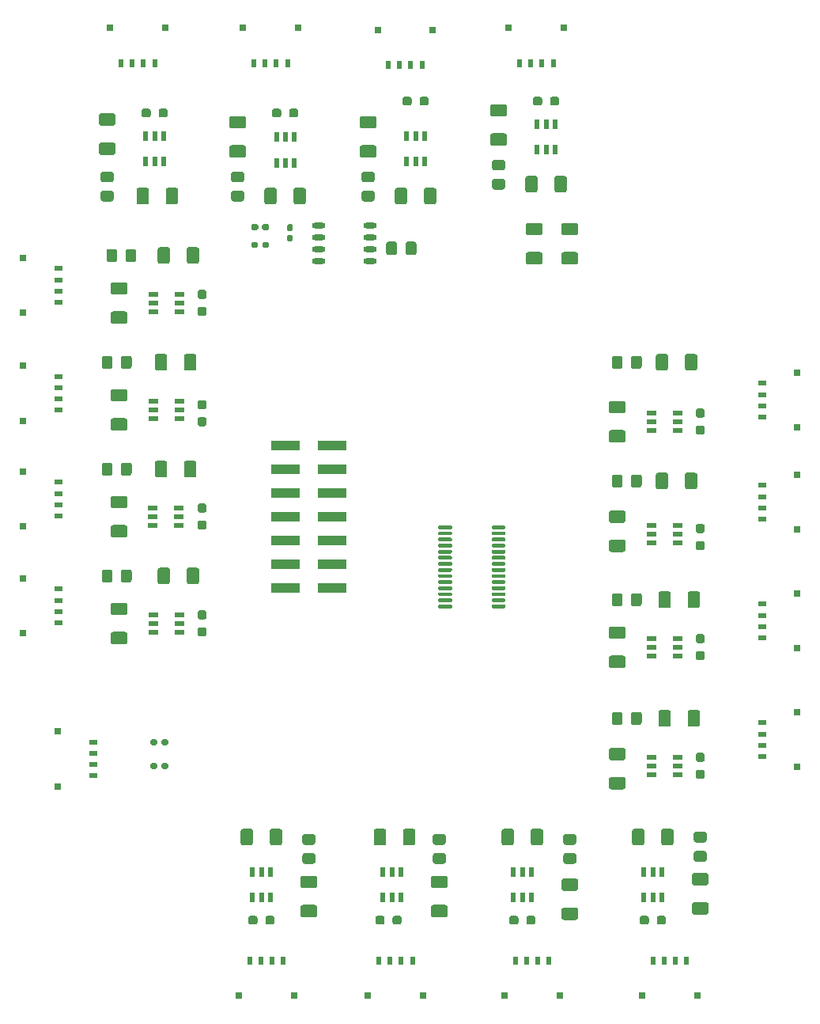
<source format=gbr>
%TF.GenerationSoftware,KiCad,Pcbnew,(5.1.9)-1*%
%TF.CreationDate,2021-03-29T17:16:35+05:30*%
%TF.ProjectId,LightStage,4c696768-7453-4746-9167-652e6b696361,rev?*%
%TF.SameCoordinates,Original*%
%TF.FileFunction,Paste,Top*%
%TF.FilePolarity,Positive*%
%FSLAX46Y46*%
G04 Gerber Fmt 4.6, Leading zero omitted, Abs format (unit mm)*
G04 Created by KiCad (PCBNEW (5.1.9)-1) date 2021-03-29 17:16:35*
%MOMM*%
%LPD*%
G01*
G04 APERTURE LIST*
%ADD10R,0.700000X0.800000*%
%ADD11R,0.600000X0.850000*%
%ADD12R,0.800000X0.700000*%
%ADD13R,0.850000X0.600000*%
%ADD14R,3.150000X1.000000*%
%ADD15R,0.558000X0.997699*%
%ADD16R,0.997699X0.558000*%
%ADD17O,1.450000X0.599999*%
G04 APERTURE END LIST*
D10*
%TO.C,J5*%
X43001999Y-43468999D03*
X48902000Y-43468999D03*
D11*
X44152000Y-47244000D03*
X45352000Y-47244000D03*
X46552000Y-47244000D03*
X47752000Y-47244000D03*
%TD*%
D12*
%TO.C,J9*%
X116551001Y-91261999D03*
X116551001Y-97162000D03*
D13*
X112776000Y-92412000D03*
X112776000Y-93612000D03*
X112776000Y-94812000D03*
X112776000Y-96012000D03*
%TD*%
D12*
%TO.C,J6*%
X116551001Y-80339999D03*
X116551001Y-86240000D03*
D13*
X112776000Y-81490000D03*
X112776000Y-82690000D03*
X112776000Y-83890000D03*
X112776000Y-85090000D03*
%TD*%
D10*
%TO.C,J7*%
X85673999Y-43468999D03*
X91574000Y-43468999D03*
D11*
X86824000Y-47244000D03*
X88024000Y-47244000D03*
X89224000Y-47244000D03*
X90424000Y-47244000D03*
%TD*%
D10*
%TO.C,J8*%
X71628000Y-43688000D03*
X77528001Y-43688000D03*
D11*
X72778001Y-47463001D03*
X73978001Y-47463001D03*
X75178001Y-47463001D03*
X76378001Y-47463001D03*
%TD*%
D10*
%TO.C,J4*%
X57225999Y-43468999D03*
X63126000Y-43468999D03*
D11*
X58376000Y-47244000D03*
X59576000Y-47244000D03*
X60776000Y-47244000D03*
X61976000Y-47244000D03*
%TD*%
D10*
%TO.C,J13*%
X62662001Y-147031001D03*
X56762000Y-147031001D03*
D11*
X61512000Y-143256000D03*
X60312000Y-143256000D03*
X59112000Y-143256000D03*
X57912000Y-143256000D03*
%TD*%
D12*
%TO.C,J20*%
X37372999Y-124638001D03*
X37372999Y-118738000D03*
D13*
X41148000Y-123488000D03*
X41148000Y-122288000D03*
X41148000Y-121088000D03*
X41148000Y-119888000D03*
%TD*%
D12*
%TO.C,J19*%
X33689999Y-73965001D03*
X33689999Y-68065000D03*
D13*
X37465000Y-72815000D03*
X37465000Y-71615000D03*
X37465000Y-70415000D03*
X37465000Y-69215000D03*
%TD*%
D12*
%TO.C,J18*%
X33689999Y-108255001D03*
X33689999Y-102355000D03*
D13*
X37465000Y-107105000D03*
X37465000Y-105905000D03*
X37465000Y-104705000D03*
X37465000Y-103505000D03*
%TD*%
D12*
%TO.C,J17*%
X33689999Y-96825001D03*
X33689999Y-90925000D03*
D13*
X37465000Y-95675000D03*
X37465000Y-94475000D03*
X37465000Y-93275000D03*
X37465000Y-92075000D03*
%TD*%
D12*
%TO.C,J16*%
X33689999Y-85522001D03*
X33689999Y-79622000D03*
D13*
X37465000Y-84372000D03*
X37465000Y-83172000D03*
X37465000Y-81972000D03*
X37465000Y-80772000D03*
%TD*%
D10*
%TO.C,J15*%
X91110001Y-147031001D03*
X85210000Y-147031001D03*
D11*
X89960000Y-143256000D03*
X88760000Y-143256000D03*
X87560000Y-143256000D03*
X86360000Y-143256000D03*
%TD*%
D10*
%TO.C,J14*%
X76505001Y-147031001D03*
X70605000Y-147031001D03*
D11*
X75355000Y-143256000D03*
X74155000Y-143256000D03*
X72955000Y-143256000D03*
X71755000Y-143256000D03*
%TD*%
D12*
%TO.C,J12*%
X116551001Y-103961999D03*
X116551001Y-109862000D03*
D13*
X112776000Y-105112000D03*
X112776000Y-106312000D03*
X112776000Y-107512000D03*
X112776000Y-108712000D03*
%TD*%
D12*
%TO.C,J11*%
X116551001Y-116661999D03*
X116551001Y-122562000D03*
D13*
X112776000Y-117812000D03*
X112776000Y-119012000D03*
X112776000Y-120212000D03*
X112776000Y-121412000D03*
%TD*%
D10*
%TO.C,J10*%
X105842001Y-147031001D03*
X99942000Y-147031001D03*
D11*
X104692000Y-143256000D03*
X103492000Y-143256000D03*
X102292000Y-143256000D03*
X101092000Y-143256000D03*
%TD*%
%TO.C,D1*%
G36*
G01*
X59245000Y-64930000D02*
X59245000Y-64610000D01*
G75*
G02*
X59405000Y-64450000I160000J0D01*
G01*
X59850000Y-64450000D01*
G75*
G02*
X60010000Y-64610000I0J-160000D01*
G01*
X60010000Y-64930000D01*
G75*
G02*
X59850000Y-65090000I-160000J0D01*
G01*
X59405000Y-65090000D01*
G75*
G02*
X59245000Y-64930000I0J160000D01*
G01*
G37*
G36*
G01*
X58100000Y-64930000D02*
X58100000Y-64610000D01*
G75*
G02*
X58260000Y-64450000I160000J0D01*
G01*
X58705000Y-64450000D01*
G75*
G02*
X58865000Y-64610000I0J-160000D01*
G01*
X58865000Y-64930000D01*
G75*
G02*
X58705000Y-65090000I-160000J0D01*
G01*
X58260000Y-65090000D01*
G75*
G02*
X58100000Y-64930000I0J160000D01*
G01*
G37*
%TD*%
D14*
%TO.C,J1*%
X66787000Y-103378000D03*
X61737000Y-103378000D03*
X66787000Y-100838000D03*
X61737000Y-100838000D03*
X66787000Y-98298000D03*
X61737000Y-98298000D03*
X66787000Y-95758000D03*
X61737000Y-95758000D03*
X66787000Y-93218000D03*
X61737000Y-93218000D03*
X66787000Y-90678000D03*
X61737000Y-90678000D03*
X66787000Y-88138000D03*
X61737000Y-88138000D03*
%TD*%
%TO.C,R19*%
G36*
G01*
X106409500Y-85173000D02*
X105934500Y-85173000D01*
G75*
G02*
X105697000Y-84935500I0J237500D01*
G01*
X105697000Y-84435500D01*
G75*
G02*
X105934500Y-84198000I237500J0D01*
G01*
X106409500Y-84198000D01*
G75*
G02*
X106647000Y-84435500I0J-237500D01*
G01*
X106647000Y-84935500D01*
G75*
G02*
X106409500Y-85173000I-237500J0D01*
G01*
G37*
G36*
G01*
X106409500Y-86998000D02*
X105934500Y-86998000D01*
G75*
G02*
X105697000Y-86760500I0J237500D01*
G01*
X105697000Y-86260500D01*
G75*
G02*
X105934500Y-86023000I237500J0D01*
G01*
X106409500Y-86023000D01*
G75*
G02*
X106647000Y-86260500I0J-237500D01*
G01*
X106647000Y-86760500D01*
G75*
G02*
X106409500Y-86998000I-237500J0D01*
G01*
G37*
%TD*%
%TO.C,R18*%
G36*
G01*
X106409500Y-97515500D02*
X105934500Y-97515500D01*
G75*
G02*
X105697000Y-97278000I0J237500D01*
G01*
X105697000Y-96778000D01*
G75*
G02*
X105934500Y-96540500I237500J0D01*
G01*
X106409500Y-96540500D01*
G75*
G02*
X106647000Y-96778000I0J-237500D01*
G01*
X106647000Y-97278000D01*
G75*
G02*
X106409500Y-97515500I-237500J0D01*
G01*
G37*
G36*
G01*
X106409500Y-99340500D02*
X105934500Y-99340500D01*
G75*
G02*
X105697000Y-99103000I0J237500D01*
G01*
X105697000Y-98603000D01*
G75*
G02*
X105934500Y-98365500I237500J0D01*
G01*
X106409500Y-98365500D01*
G75*
G02*
X106647000Y-98603000I0J-237500D01*
G01*
X106647000Y-99103000D01*
G75*
G02*
X106409500Y-99340500I-237500J0D01*
G01*
G37*
%TD*%
%TO.C,R17*%
G36*
G01*
X61297000Y-52340500D02*
X61297000Y-52815500D01*
G75*
G02*
X61059500Y-53053000I-237500J0D01*
G01*
X60559500Y-53053000D01*
G75*
G02*
X60322000Y-52815500I0J237500D01*
G01*
X60322000Y-52340500D01*
G75*
G02*
X60559500Y-52103000I237500J0D01*
G01*
X61059500Y-52103000D01*
G75*
G02*
X61297000Y-52340500I0J-237500D01*
G01*
G37*
G36*
G01*
X63122000Y-52340500D02*
X63122000Y-52815500D01*
G75*
G02*
X62884500Y-53053000I-237500J0D01*
G01*
X62384500Y-53053000D01*
G75*
G02*
X62147000Y-52815500I0J237500D01*
G01*
X62147000Y-52340500D01*
G75*
G02*
X62384500Y-52103000I237500J0D01*
G01*
X62884500Y-52103000D01*
G75*
G02*
X63122000Y-52340500I0J-237500D01*
G01*
G37*
%TD*%
%TO.C,R16*%
G36*
G01*
X75267000Y-51070500D02*
X75267000Y-51545500D01*
G75*
G02*
X75029500Y-51783000I-237500J0D01*
G01*
X74529500Y-51783000D01*
G75*
G02*
X74292000Y-51545500I0J237500D01*
G01*
X74292000Y-51070500D01*
G75*
G02*
X74529500Y-50833000I237500J0D01*
G01*
X75029500Y-50833000D01*
G75*
G02*
X75267000Y-51070500I0J-237500D01*
G01*
G37*
G36*
G01*
X77092000Y-51070500D02*
X77092000Y-51545500D01*
G75*
G02*
X76854500Y-51783000I-237500J0D01*
G01*
X76354500Y-51783000D01*
G75*
G02*
X76117000Y-51545500I0J237500D01*
G01*
X76117000Y-51070500D01*
G75*
G02*
X76354500Y-50833000I237500J0D01*
G01*
X76854500Y-50833000D01*
G75*
G02*
X77092000Y-51070500I0J-237500D01*
G01*
G37*
%TD*%
%TO.C,R15*%
G36*
G01*
X89237000Y-51070500D02*
X89237000Y-51545500D01*
G75*
G02*
X88999500Y-51783000I-237500J0D01*
G01*
X88499500Y-51783000D01*
G75*
G02*
X88262000Y-51545500I0J237500D01*
G01*
X88262000Y-51070500D01*
G75*
G02*
X88499500Y-50833000I237500J0D01*
G01*
X88999500Y-50833000D01*
G75*
G02*
X89237000Y-51070500I0J-237500D01*
G01*
G37*
G36*
G01*
X91062000Y-51070500D02*
X91062000Y-51545500D01*
G75*
G02*
X90824500Y-51783000I-237500J0D01*
G01*
X90324500Y-51783000D01*
G75*
G02*
X90087000Y-51545500I0J237500D01*
G01*
X90087000Y-51070500D01*
G75*
G02*
X90324500Y-50833000I237500J0D01*
G01*
X90824500Y-50833000D01*
G75*
G02*
X91062000Y-51070500I0J-237500D01*
G01*
G37*
%TD*%
%TO.C,R14*%
G36*
G01*
X47327000Y-52340500D02*
X47327000Y-52815500D01*
G75*
G02*
X47089500Y-53053000I-237500J0D01*
G01*
X46589500Y-53053000D01*
G75*
G02*
X46352000Y-52815500I0J237500D01*
G01*
X46352000Y-52340500D01*
G75*
G02*
X46589500Y-52103000I237500J0D01*
G01*
X47089500Y-52103000D01*
G75*
G02*
X47327000Y-52340500I0J-237500D01*
G01*
G37*
G36*
G01*
X49152000Y-52340500D02*
X49152000Y-52815500D01*
G75*
G02*
X48914500Y-53053000I-237500J0D01*
G01*
X48414500Y-53053000D01*
G75*
G02*
X48177000Y-52815500I0J237500D01*
G01*
X48177000Y-52340500D01*
G75*
G02*
X48414500Y-52103000I237500J0D01*
G01*
X48914500Y-52103000D01*
G75*
G02*
X49152000Y-52340500I0J-237500D01*
G01*
G37*
%TD*%
%TO.C,R13*%
G36*
G01*
X106409500Y-109303000D02*
X105934500Y-109303000D01*
G75*
G02*
X105697000Y-109065500I0J237500D01*
G01*
X105697000Y-108565500D01*
G75*
G02*
X105934500Y-108328000I237500J0D01*
G01*
X106409500Y-108328000D01*
G75*
G02*
X106647000Y-108565500I0J-237500D01*
G01*
X106647000Y-109065500D01*
G75*
G02*
X106409500Y-109303000I-237500J0D01*
G01*
G37*
G36*
G01*
X106409500Y-111128000D02*
X105934500Y-111128000D01*
G75*
G02*
X105697000Y-110890500I0J237500D01*
G01*
X105697000Y-110390500D01*
G75*
G02*
X105934500Y-110153000I237500J0D01*
G01*
X106409500Y-110153000D01*
G75*
G02*
X106647000Y-110390500I0J-237500D01*
G01*
X106647000Y-110890500D01*
G75*
G02*
X106409500Y-111128000I-237500J0D01*
G01*
G37*
%TD*%
%TO.C,R12*%
G36*
G01*
X106409500Y-122003000D02*
X105934500Y-122003000D01*
G75*
G02*
X105697000Y-121765500I0J237500D01*
G01*
X105697000Y-121265500D01*
G75*
G02*
X105934500Y-121028000I237500J0D01*
G01*
X106409500Y-121028000D01*
G75*
G02*
X106647000Y-121265500I0J-237500D01*
G01*
X106647000Y-121765500D01*
G75*
G02*
X106409500Y-122003000I-237500J0D01*
G01*
G37*
G36*
G01*
X106409500Y-123828000D02*
X105934500Y-123828000D01*
G75*
G02*
X105697000Y-123590500I0J237500D01*
G01*
X105697000Y-123090500D01*
G75*
G02*
X105934500Y-122853000I237500J0D01*
G01*
X106409500Y-122853000D01*
G75*
G02*
X106647000Y-123090500I0J-237500D01*
G01*
X106647000Y-123590500D01*
G75*
G02*
X106409500Y-123828000I-237500J0D01*
G01*
G37*
%TD*%
%TO.C,R11*%
G36*
G01*
X87547000Y-139175500D02*
X87547000Y-138700500D01*
G75*
G02*
X87784500Y-138463000I237500J0D01*
G01*
X88284500Y-138463000D01*
G75*
G02*
X88522000Y-138700500I0J-237500D01*
G01*
X88522000Y-139175500D01*
G75*
G02*
X88284500Y-139413000I-237500J0D01*
G01*
X87784500Y-139413000D01*
G75*
G02*
X87547000Y-139175500I0J237500D01*
G01*
G37*
G36*
G01*
X85722000Y-139175500D02*
X85722000Y-138700500D01*
G75*
G02*
X85959500Y-138463000I237500J0D01*
G01*
X86459500Y-138463000D01*
G75*
G02*
X86697000Y-138700500I0J-237500D01*
G01*
X86697000Y-139175500D01*
G75*
G02*
X86459500Y-139413000I-237500J0D01*
G01*
X85959500Y-139413000D01*
G75*
G02*
X85722000Y-139175500I0J237500D01*
G01*
G37*
%TD*%
%TO.C,R10*%
G36*
G01*
X101517000Y-139175500D02*
X101517000Y-138700500D01*
G75*
G02*
X101754500Y-138463000I237500J0D01*
G01*
X102254500Y-138463000D01*
G75*
G02*
X102492000Y-138700500I0J-237500D01*
G01*
X102492000Y-139175500D01*
G75*
G02*
X102254500Y-139413000I-237500J0D01*
G01*
X101754500Y-139413000D01*
G75*
G02*
X101517000Y-139175500I0J237500D01*
G01*
G37*
G36*
G01*
X99692000Y-139175500D02*
X99692000Y-138700500D01*
G75*
G02*
X99929500Y-138463000I237500J0D01*
G01*
X100429500Y-138463000D01*
G75*
G02*
X100667000Y-138700500I0J-237500D01*
G01*
X100667000Y-139175500D01*
G75*
G02*
X100429500Y-139413000I-237500J0D01*
G01*
X99929500Y-139413000D01*
G75*
G02*
X99692000Y-139175500I0J237500D01*
G01*
G37*
%TD*%
%TO.C,L16*%
G36*
G01*
X98757000Y-79698001D02*
X98757000Y-78797999D01*
G75*
G02*
X99006999Y-78548000I249999J0D01*
G01*
X99657001Y-78548000D01*
G75*
G02*
X99907000Y-78797999I0J-249999D01*
G01*
X99907000Y-79698001D01*
G75*
G02*
X99657001Y-79948000I-249999J0D01*
G01*
X99006999Y-79948000D01*
G75*
G02*
X98757000Y-79698001I0J249999D01*
G01*
G37*
G36*
G01*
X96707000Y-79698001D02*
X96707000Y-78797999D01*
G75*
G02*
X96956999Y-78548000I249999J0D01*
G01*
X97607001Y-78548000D01*
G75*
G02*
X97857000Y-78797999I0J-249999D01*
G01*
X97857000Y-79698001D01*
G75*
G02*
X97607001Y-79948000I-249999J0D01*
G01*
X96956999Y-79948000D01*
G75*
G02*
X96707000Y-79698001I0J249999D01*
G01*
G37*
%TD*%
%TO.C,L15*%
G36*
G01*
X98757000Y-92398001D02*
X98757000Y-91497999D01*
G75*
G02*
X99006999Y-91248000I249999J0D01*
G01*
X99657001Y-91248000D01*
G75*
G02*
X99907000Y-91497999I0J-249999D01*
G01*
X99907000Y-92398001D01*
G75*
G02*
X99657001Y-92648000I-249999J0D01*
G01*
X99006999Y-92648000D01*
G75*
G02*
X98757000Y-92398001I0J249999D01*
G01*
G37*
G36*
G01*
X96707000Y-92398001D02*
X96707000Y-91497999D01*
G75*
G02*
X96956999Y-91248000I249999J0D01*
G01*
X97607001Y-91248000D01*
G75*
G02*
X97857000Y-91497999I0J-249999D01*
G01*
X97857000Y-92398001D01*
G75*
G02*
X97607001Y-92648000I-249999J0D01*
G01*
X96956999Y-92648000D01*
G75*
G02*
X96707000Y-92398001I0J249999D01*
G01*
G37*
%TD*%
%TO.C,L14*%
G36*
G01*
X57092001Y-59993000D02*
X56191999Y-59993000D01*
G75*
G02*
X55942000Y-59743001I0J249999D01*
G01*
X55942000Y-59092999D01*
G75*
G02*
X56191999Y-58843000I249999J0D01*
G01*
X57092001Y-58843000D01*
G75*
G02*
X57342000Y-59092999I0J-249999D01*
G01*
X57342000Y-59743001D01*
G75*
G02*
X57092001Y-59993000I-249999J0D01*
G01*
G37*
G36*
G01*
X57092001Y-62043000D02*
X56191999Y-62043000D01*
G75*
G02*
X55942000Y-61793001I0J249999D01*
G01*
X55942000Y-61142999D01*
G75*
G02*
X56191999Y-60893000I249999J0D01*
G01*
X57092001Y-60893000D01*
G75*
G02*
X57342000Y-61142999I0J-249999D01*
G01*
X57342000Y-61793001D01*
G75*
G02*
X57092001Y-62043000I-249999J0D01*
G01*
G37*
%TD*%
%TO.C,L13*%
G36*
G01*
X71062001Y-59993000D02*
X70161999Y-59993000D01*
G75*
G02*
X69912000Y-59743001I0J249999D01*
G01*
X69912000Y-59092999D01*
G75*
G02*
X70161999Y-58843000I249999J0D01*
G01*
X71062001Y-58843000D01*
G75*
G02*
X71312000Y-59092999I0J-249999D01*
G01*
X71312000Y-59743001D01*
G75*
G02*
X71062001Y-59993000I-249999J0D01*
G01*
G37*
G36*
G01*
X71062001Y-62043000D02*
X70161999Y-62043000D01*
G75*
G02*
X69912000Y-61793001I0J249999D01*
G01*
X69912000Y-61142999D01*
G75*
G02*
X70161999Y-60893000I249999J0D01*
G01*
X71062001Y-60893000D01*
G75*
G02*
X71312000Y-61142999I0J-249999D01*
G01*
X71312000Y-61793001D01*
G75*
G02*
X71062001Y-62043000I-249999J0D01*
G01*
G37*
%TD*%
%TO.C,L12*%
G36*
G01*
X85032001Y-58723000D02*
X84131999Y-58723000D01*
G75*
G02*
X83882000Y-58473001I0J249999D01*
G01*
X83882000Y-57822999D01*
G75*
G02*
X84131999Y-57573000I249999J0D01*
G01*
X85032001Y-57573000D01*
G75*
G02*
X85282000Y-57822999I0J-249999D01*
G01*
X85282000Y-58473001D01*
G75*
G02*
X85032001Y-58723000I-249999J0D01*
G01*
G37*
G36*
G01*
X85032001Y-60773000D02*
X84131999Y-60773000D01*
G75*
G02*
X83882000Y-60523001I0J249999D01*
G01*
X83882000Y-59872999D01*
G75*
G02*
X84131999Y-59623000I249999J0D01*
G01*
X85032001Y-59623000D01*
G75*
G02*
X85282000Y-59872999I0J-249999D01*
G01*
X85282000Y-60523001D01*
G75*
G02*
X85032001Y-60773000I-249999J0D01*
G01*
G37*
%TD*%
%TO.C,L11*%
G36*
G01*
X43122001Y-59993000D02*
X42221999Y-59993000D01*
G75*
G02*
X41972000Y-59743001I0J249999D01*
G01*
X41972000Y-59092999D01*
G75*
G02*
X42221999Y-58843000I249999J0D01*
G01*
X43122001Y-58843000D01*
G75*
G02*
X43372000Y-59092999I0J-249999D01*
G01*
X43372000Y-59743001D01*
G75*
G02*
X43122001Y-59993000I-249999J0D01*
G01*
G37*
G36*
G01*
X43122001Y-62043000D02*
X42221999Y-62043000D01*
G75*
G02*
X41972000Y-61793001I0J249999D01*
G01*
X41972000Y-61142999D01*
G75*
G02*
X42221999Y-60893000I249999J0D01*
G01*
X43122001Y-60893000D01*
G75*
G02*
X43372000Y-61142999I0J-249999D01*
G01*
X43372000Y-61793001D01*
G75*
G02*
X43122001Y-62043000I-249999J0D01*
G01*
G37*
%TD*%
%TO.C,L10*%
G36*
G01*
X98757000Y-105098001D02*
X98757000Y-104197999D01*
G75*
G02*
X99006999Y-103948000I249999J0D01*
G01*
X99657001Y-103948000D01*
G75*
G02*
X99907000Y-104197999I0J-249999D01*
G01*
X99907000Y-105098001D01*
G75*
G02*
X99657001Y-105348000I-249999J0D01*
G01*
X99006999Y-105348000D01*
G75*
G02*
X98757000Y-105098001I0J249999D01*
G01*
G37*
G36*
G01*
X96707000Y-105098001D02*
X96707000Y-104197999D01*
G75*
G02*
X96956999Y-103948000I249999J0D01*
G01*
X97607001Y-103948000D01*
G75*
G02*
X97857000Y-104197999I0J-249999D01*
G01*
X97857000Y-105098001D01*
G75*
G02*
X97607001Y-105348000I-249999J0D01*
G01*
X96956999Y-105348000D01*
G75*
G02*
X96707000Y-105098001I0J249999D01*
G01*
G37*
%TD*%
%TO.C,L9*%
G36*
G01*
X98757000Y-117798001D02*
X98757000Y-116897999D01*
G75*
G02*
X99006999Y-116648000I249999J0D01*
G01*
X99657001Y-116648000D01*
G75*
G02*
X99907000Y-116897999I0J-249999D01*
G01*
X99907000Y-117798001D01*
G75*
G02*
X99657001Y-118048000I-249999J0D01*
G01*
X99006999Y-118048000D01*
G75*
G02*
X98757000Y-117798001I0J249999D01*
G01*
G37*
G36*
G01*
X96707000Y-117798001D02*
X96707000Y-116897999D01*
G75*
G02*
X96956999Y-116648000I249999J0D01*
G01*
X97607001Y-116648000D01*
G75*
G02*
X97857000Y-116897999I0J-249999D01*
G01*
X97857000Y-117798001D01*
G75*
G02*
X97607001Y-118048000I-249999J0D01*
G01*
X96956999Y-118048000D01*
G75*
G02*
X96707000Y-117798001I0J249999D01*
G01*
G37*
%TD*%
%TO.C,L8*%
G36*
G01*
X91751999Y-131768000D02*
X92652001Y-131768000D01*
G75*
G02*
X92902000Y-132017999I0J-249999D01*
G01*
X92902000Y-132668001D01*
G75*
G02*
X92652001Y-132918000I-249999J0D01*
G01*
X91751999Y-132918000D01*
G75*
G02*
X91502000Y-132668001I0J249999D01*
G01*
X91502000Y-132017999D01*
G75*
G02*
X91751999Y-131768000I249999J0D01*
G01*
G37*
G36*
G01*
X91751999Y-129718000D02*
X92652001Y-129718000D01*
G75*
G02*
X92902000Y-129967999I0J-249999D01*
G01*
X92902000Y-130618001D01*
G75*
G02*
X92652001Y-130868000I-249999J0D01*
G01*
X91751999Y-130868000D01*
G75*
G02*
X91502000Y-130618001I0J249999D01*
G01*
X91502000Y-129967999D01*
G75*
G02*
X91751999Y-129718000I249999J0D01*
G01*
G37*
%TD*%
%TO.C,L7*%
G36*
G01*
X105721999Y-131523000D02*
X106622001Y-131523000D01*
G75*
G02*
X106872000Y-131772999I0J-249999D01*
G01*
X106872000Y-132423001D01*
G75*
G02*
X106622001Y-132673000I-249999J0D01*
G01*
X105721999Y-132673000D01*
G75*
G02*
X105472000Y-132423001I0J249999D01*
G01*
X105472000Y-131772999D01*
G75*
G02*
X105721999Y-131523000I249999J0D01*
G01*
G37*
G36*
G01*
X105721999Y-129473000D02*
X106622001Y-129473000D01*
G75*
G02*
X106872000Y-129722999I0J-249999D01*
G01*
X106872000Y-130373001D01*
G75*
G02*
X106622001Y-130623000I-249999J0D01*
G01*
X105721999Y-130623000D01*
G75*
G02*
X105472000Y-130373001I0J249999D01*
G01*
X105472000Y-129722999D01*
G75*
G02*
X105721999Y-129473000I249999J0D01*
G01*
G37*
%TD*%
%TO.C,C39*%
G36*
G01*
X104532000Y-79898003D02*
X104532000Y-78597997D01*
G75*
G02*
X104781997Y-78348000I249997J0D01*
G01*
X105607003Y-78348000D01*
G75*
G02*
X105857000Y-78597997I0J-249997D01*
G01*
X105857000Y-79898003D01*
G75*
G02*
X105607003Y-80148000I-249997J0D01*
G01*
X104781997Y-80148000D01*
G75*
G02*
X104532000Y-79898003I0J249997D01*
G01*
G37*
G36*
G01*
X101407000Y-79898003D02*
X101407000Y-78597997D01*
G75*
G02*
X101656997Y-78348000I249997J0D01*
G01*
X102482003Y-78348000D01*
G75*
G02*
X102732000Y-78597997I0J-249997D01*
G01*
X102732000Y-79898003D01*
G75*
G02*
X102482003Y-80148000I-249997J0D01*
G01*
X101656997Y-80148000D01*
G75*
G02*
X101407000Y-79898003I0J249997D01*
G01*
G37*
%TD*%
%TO.C,C38*%
G36*
G01*
X104532000Y-92598003D02*
X104532000Y-91297997D01*
G75*
G02*
X104781997Y-91048000I249997J0D01*
G01*
X105607003Y-91048000D01*
G75*
G02*
X105857000Y-91297997I0J-249997D01*
G01*
X105857000Y-92598003D01*
G75*
G02*
X105607003Y-92848000I-249997J0D01*
G01*
X104781997Y-92848000D01*
G75*
G02*
X104532000Y-92598003I0J249997D01*
G01*
G37*
G36*
G01*
X101407000Y-92598003D02*
X101407000Y-91297997D01*
G75*
G02*
X101656997Y-91048000I249997J0D01*
G01*
X102482003Y-91048000D01*
G75*
G02*
X102732000Y-91297997I0J-249997D01*
G01*
X102732000Y-92598003D01*
G75*
G02*
X102482003Y-92848000I-249997J0D01*
G01*
X101656997Y-92848000D01*
G75*
G02*
X101407000Y-92598003I0J249997D01*
G01*
G37*
%TD*%
%TO.C,C37*%
G36*
G01*
X57292003Y-54218000D02*
X55991997Y-54218000D01*
G75*
G02*
X55742000Y-53968003I0J249997D01*
G01*
X55742000Y-53142997D01*
G75*
G02*
X55991997Y-52893000I249997J0D01*
G01*
X57292003Y-52893000D01*
G75*
G02*
X57542000Y-53142997I0J-249997D01*
G01*
X57542000Y-53968003D01*
G75*
G02*
X57292003Y-54218000I-249997J0D01*
G01*
G37*
G36*
G01*
X57292003Y-57343000D02*
X55991997Y-57343000D01*
G75*
G02*
X55742000Y-57093003I0J249997D01*
G01*
X55742000Y-56267997D01*
G75*
G02*
X55991997Y-56018000I249997J0D01*
G01*
X57292003Y-56018000D01*
G75*
G02*
X57542000Y-56267997I0J-249997D01*
G01*
X57542000Y-57093003D01*
G75*
G02*
X57292003Y-57343000I-249997J0D01*
G01*
G37*
%TD*%
%TO.C,C36*%
G36*
G01*
X71262003Y-54218000D02*
X69961997Y-54218000D01*
G75*
G02*
X69712000Y-53968003I0J249997D01*
G01*
X69712000Y-53142997D01*
G75*
G02*
X69961997Y-52893000I249997J0D01*
G01*
X71262003Y-52893000D01*
G75*
G02*
X71512000Y-53142997I0J-249997D01*
G01*
X71512000Y-53968003D01*
G75*
G02*
X71262003Y-54218000I-249997J0D01*
G01*
G37*
G36*
G01*
X71262003Y-57343000D02*
X69961997Y-57343000D01*
G75*
G02*
X69712000Y-57093003I0J249997D01*
G01*
X69712000Y-56267997D01*
G75*
G02*
X69961997Y-56018000I249997J0D01*
G01*
X71262003Y-56018000D01*
G75*
G02*
X71512000Y-56267997I0J-249997D01*
G01*
X71512000Y-57093003D01*
G75*
G02*
X71262003Y-57343000I-249997J0D01*
G01*
G37*
%TD*%
%TO.C,C35*%
G36*
G01*
X85232003Y-52948000D02*
X83931997Y-52948000D01*
G75*
G02*
X83682000Y-52698003I0J249997D01*
G01*
X83682000Y-51872997D01*
G75*
G02*
X83931997Y-51623000I249997J0D01*
G01*
X85232003Y-51623000D01*
G75*
G02*
X85482000Y-51872997I0J-249997D01*
G01*
X85482000Y-52698003D01*
G75*
G02*
X85232003Y-52948000I-249997J0D01*
G01*
G37*
G36*
G01*
X85232003Y-56073000D02*
X83931997Y-56073000D01*
G75*
G02*
X83682000Y-55823003I0J249997D01*
G01*
X83682000Y-54997997D01*
G75*
G02*
X83931997Y-54748000I249997J0D01*
G01*
X85232003Y-54748000D01*
G75*
G02*
X85482000Y-54997997I0J-249997D01*
G01*
X85482000Y-55823003D01*
G75*
G02*
X85232003Y-56073000I-249997J0D01*
G01*
G37*
%TD*%
%TO.C,C34*%
G36*
G01*
X97932003Y-84698000D02*
X96631997Y-84698000D01*
G75*
G02*
X96382000Y-84448003I0J249997D01*
G01*
X96382000Y-83622997D01*
G75*
G02*
X96631997Y-83373000I249997J0D01*
G01*
X97932003Y-83373000D01*
G75*
G02*
X98182000Y-83622997I0J-249997D01*
G01*
X98182000Y-84448003D01*
G75*
G02*
X97932003Y-84698000I-249997J0D01*
G01*
G37*
G36*
G01*
X97932003Y-87823000D02*
X96631997Y-87823000D01*
G75*
G02*
X96382000Y-87573003I0J249997D01*
G01*
X96382000Y-86747997D01*
G75*
G02*
X96631997Y-86498000I249997J0D01*
G01*
X97932003Y-86498000D01*
G75*
G02*
X98182000Y-86747997I0J-249997D01*
G01*
X98182000Y-87573003D01*
G75*
G02*
X97932003Y-87823000I-249997J0D01*
G01*
G37*
%TD*%
%TO.C,C33*%
G36*
G01*
X97932003Y-96420500D02*
X96631997Y-96420500D01*
G75*
G02*
X96382000Y-96170503I0J249997D01*
G01*
X96382000Y-95345497D01*
G75*
G02*
X96631997Y-95095500I249997J0D01*
G01*
X97932003Y-95095500D01*
G75*
G02*
X98182000Y-95345497I0J-249997D01*
G01*
X98182000Y-96170503D01*
G75*
G02*
X97932003Y-96420500I-249997J0D01*
G01*
G37*
G36*
G01*
X97932003Y-99545500D02*
X96631997Y-99545500D01*
G75*
G02*
X96382000Y-99295503I0J249997D01*
G01*
X96382000Y-98470497D01*
G75*
G02*
X96631997Y-98220500I249997J0D01*
G01*
X97932003Y-98220500D01*
G75*
G02*
X98182000Y-98470497I0J-249997D01*
G01*
X98182000Y-99295503D01*
G75*
G02*
X97932003Y-99545500I-249997J0D01*
G01*
G37*
%TD*%
%TO.C,C32*%
G36*
G01*
X60822000Y-60817997D02*
X60822000Y-62118003D01*
G75*
G02*
X60572003Y-62368000I-249997J0D01*
G01*
X59746997Y-62368000D01*
G75*
G02*
X59497000Y-62118003I0J249997D01*
G01*
X59497000Y-60817997D01*
G75*
G02*
X59746997Y-60568000I249997J0D01*
G01*
X60572003Y-60568000D01*
G75*
G02*
X60822000Y-60817997I0J-249997D01*
G01*
G37*
G36*
G01*
X63947000Y-60817997D02*
X63947000Y-62118003D01*
G75*
G02*
X63697003Y-62368000I-249997J0D01*
G01*
X62871997Y-62368000D01*
G75*
G02*
X62622000Y-62118003I0J249997D01*
G01*
X62622000Y-60817997D01*
G75*
G02*
X62871997Y-60568000I249997J0D01*
G01*
X63697003Y-60568000D01*
G75*
G02*
X63947000Y-60817997I0J-249997D01*
G01*
G37*
%TD*%
%TO.C,C31*%
G36*
G01*
X74792000Y-60817997D02*
X74792000Y-62118003D01*
G75*
G02*
X74542003Y-62368000I-249997J0D01*
G01*
X73716997Y-62368000D01*
G75*
G02*
X73467000Y-62118003I0J249997D01*
G01*
X73467000Y-60817997D01*
G75*
G02*
X73716997Y-60568000I249997J0D01*
G01*
X74542003Y-60568000D01*
G75*
G02*
X74792000Y-60817997I0J-249997D01*
G01*
G37*
G36*
G01*
X77917000Y-60817997D02*
X77917000Y-62118003D01*
G75*
G02*
X77667003Y-62368000I-249997J0D01*
G01*
X76841997Y-62368000D01*
G75*
G02*
X76592000Y-62118003I0J249997D01*
G01*
X76592000Y-60817997D01*
G75*
G02*
X76841997Y-60568000I249997J0D01*
G01*
X77667003Y-60568000D01*
G75*
G02*
X77917000Y-60817997I0J-249997D01*
G01*
G37*
%TD*%
%TO.C,C30*%
G36*
G01*
X88762000Y-59547997D02*
X88762000Y-60848003D01*
G75*
G02*
X88512003Y-61098000I-249997J0D01*
G01*
X87686997Y-61098000D01*
G75*
G02*
X87437000Y-60848003I0J249997D01*
G01*
X87437000Y-59547997D01*
G75*
G02*
X87686997Y-59298000I249997J0D01*
G01*
X88512003Y-59298000D01*
G75*
G02*
X88762000Y-59547997I0J-249997D01*
G01*
G37*
G36*
G01*
X91887000Y-59547997D02*
X91887000Y-60848003D01*
G75*
G02*
X91637003Y-61098000I-249997J0D01*
G01*
X90811997Y-61098000D01*
G75*
G02*
X90562000Y-60848003I0J249997D01*
G01*
X90562000Y-59547997D01*
G75*
G02*
X90811997Y-59298000I249997J0D01*
G01*
X91637003Y-59298000D01*
G75*
G02*
X91887000Y-59547997I0J-249997D01*
G01*
G37*
%TD*%
%TO.C,C29*%
G36*
G01*
X43322003Y-53925500D02*
X42021997Y-53925500D01*
G75*
G02*
X41772000Y-53675503I0J249997D01*
G01*
X41772000Y-52850497D01*
G75*
G02*
X42021997Y-52600500I249997J0D01*
G01*
X43322003Y-52600500D01*
G75*
G02*
X43572000Y-52850497I0J-249997D01*
G01*
X43572000Y-53675503D01*
G75*
G02*
X43322003Y-53925500I-249997J0D01*
G01*
G37*
G36*
G01*
X43322003Y-57050500D02*
X42021997Y-57050500D01*
G75*
G02*
X41772000Y-56800503I0J249997D01*
G01*
X41772000Y-55975497D01*
G75*
G02*
X42021997Y-55725500I249997J0D01*
G01*
X43322003Y-55725500D01*
G75*
G02*
X43572000Y-55975497I0J-249997D01*
G01*
X43572000Y-56800503D01*
G75*
G02*
X43322003Y-57050500I-249997J0D01*
G01*
G37*
%TD*%
%TO.C,C28*%
G36*
G01*
X104824500Y-105298003D02*
X104824500Y-103997997D01*
G75*
G02*
X105074497Y-103748000I249997J0D01*
G01*
X105899503Y-103748000D01*
G75*
G02*
X106149500Y-103997997I0J-249997D01*
G01*
X106149500Y-105298003D01*
G75*
G02*
X105899503Y-105548000I-249997J0D01*
G01*
X105074497Y-105548000D01*
G75*
G02*
X104824500Y-105298003I0J249997D01*
G01*
G37*
G36*
G01*
X101699500Y-105298003D02*
X101699500Y-103997997D01*
G75*
G02*
X101949497Y-103748000I249997J0D01*
G01*
X102774503Y-103748000D01*
G75*
G02*
X103024500Y-103997997I0J-249997D01*
G01*
X103024500Y-105298003D01*
G75*
G02*
X102774503Y-105548000I-249997J0D01*
G01*
X101949497Y-105548000D01*
G75*
G02*
X101699500Y-105298003I0J249997D01*
G01*
G37*
%TD*%
%TO.C,C27*%
G36*
G01*
X104824500Y-117998003D02*
X104824500Y-116697997D01*
G75*
G02*
X105074497Y-116448000I249997J0D01*
G01*
X105899503Y-116448000D01*
G75*
G02*
X106149500Y-116697997I0J-249997D01*
G01*
X106149500Y-117998003D01*
G75*
G02*
X105899503Y-118248000I-249997J0D01*
G01*
X105074497Y-118248000D01*
G75*
G02*
X104824500Y-117998003I0J249997D01*
G01*
G37*
G36*
G01*
X101699500Y-117998003D02*
X101699500Y-116697997D01*
G75*
G02*
X101949497Y-116448000I249997J0D01*
G01*
X102774503Y-116448000D01*
G75*
G02*
X103024500Y-116697997I0J-249997D01*
G01*
X103024500Y-117998003D01*
G75*
G02*
X102774503Y-118248000I-249997J0D01*
G01*
X101949497Y-118248000D01*
G75*
G02*
X101699500Y-117998003I0J249997D01*
G01*
G37*
%TD*%
%TO.C,C26*%
G36*
G01*
X92852003Y-135790500D02*
X91551997Y-135790500D01*
G75*
G02*
X91302000Y-135540503I0J249997D01*
G01*
X91302000Y-134715497D01*
G75*
G02*
X91551997Y-134465500I249997J0D01*
G01*
X92852003Y-134465500D01*
G75*
G02*
X93102000Y-134715497I0J-249997D01*
G01*
X93102000Y-135540503D01*
G75*
G02*
X92852003Y-135790500I-249997J0D01*
G01*
G37*
G36*
G01*
X92852003Y-138915500D02*
X91551997Y-138915500D01*
G75*
G02*
X91302000Y-138665503I0J249997D01*
G01*
X91302000Y-137840497D01*
G75*
G02*
X91551997Y-137590500I249997J0D01*
G01*
X92852003Y-137590500D01*
G75*
G02*
X93102000Y-137840497I0J-249997D01*
G01*
X93102000Y-138665503D01*
G75*
G02*
X92852003Y-138915500I-249997J0D01*
G01*
G37*
%TD*%
%TO.C,C25*%
G36*
G01*
X105521997Y-137005500D02*
X106822003Y-137005500D01*
G75*
G02*
X107072000Y-137255497I0J-249997D01*
G01*
X107072000Y-138080503D01*
G75*
G02*
X106822003Y-138330500I-249997J0D01*
G01*
X105521997Y-138330500D01*
G75*
G02*
X105272000Y-138080503I0J249997D01*
G01*
X105272000Y-137255497D01*
G75*
G02*
X105521997Y-137005500I249997J0D01*
G01*
G37*
G36*
G01*
X105521997Y-133880500D02*
X106822003Y-133880500D01*
G75*
G02*
X107072000Y-134130497I0J-249997D01*
G01*
X107072000Y-134955503D01*
G75*
G02*
X106822003Y-135205500I-249997J0D01*
G01*
X105521997Y-135205500D01*
G75*
G02*
X105272000Y-134955503I0J249997D01*
G01*
X105272000Y-134130497D01*
G75*
G02*
X105521997Y-133880500I249997J0D01*
G01*
G37*
%TD*%
%TO.C,C23*%
G36*
G01*
X47144500Y-60817997D02*
X47144500Y-62118003D01*
G75*
G02*
X46894503Y-62368000I-249997J0D01*
G01*
X46069497Y-62368000D01*
G75*
G02*
X45819500Y-62118003I0J249997D01*
G01*
X45819500Y-60817997D01*
G75*
G02*
X46069497Y-60568000I249997J0D01*
G01*
X46894503Y-60568000D01*
G75*
G02*
X47144500Y-60817997I0J-249997D01*
G01*
G37*
G36*
G01*
X50269500Y-60817997D02*
X50269500Y-62118003D01*
G75*
G02*
X50019503Y-62368000I-249997J0D01*
G01*
X49194497Y-62368000D01*
G75*
G02*
X48944500Y-62118003I0J249997D01*
G01*
X48944500Y-60817997D01*
G75*
G02*
X49194497Y-60568000I249997J0D01*
G01*
X50019503Y-60568000D01*
G75*
G02*
X50269500Y-60817997I0J-249997D01*
G01*
G37*
%TD*%
%TO.C,C22*%
G36*
G01*
X97932003Y-108828000D02*
X96631997Y-108828000D01*
G75*
G02*
X96382000Y-108578003I0J249997D01*
G01*
X96382000Y-107752997D01*
G75*
G02*
X96631997Y-107503000I249997J0D01*
G01*
X97932003Y-107503000D01*
G75*
G02*
X98182000Y-107752997I0J-249997D01*
G01*
X98182000Y-108578003D01*
G75*
G02*
X97932003Y-108828000I-249997J0D01*
G01*
G37*
G36*
G01*
X97932003Y-111953000D02*
X96631997Y-111953000D01*
G75*
G02*
X96382000Y-111703003I0J249997D01*
G01*
X96382000Y-110877997D01*
G75*
G02*
X96631997Y-110628000I249997J0D01*
G01*
X97932003Y-110628000D01*
G75*
G02*
X98182000Y-110877997I0J-249997D01*
G01*
X98182000Y-111703003D01*
G75*
G02*
X97932003Y-111953000I-249997J0D01*
G01*
G37*
%TD*%
%TO.C,C21*%
G36*
G01*
X97932003Y-121820500D02*
X96631997Y-121820500D01*
G75*
G02*
X96382000Y-121570503I0J249997D01*
G01*
X96382000Y-120745497D01*
G75*
G02*
X96631997Y-120495500I249997J0D01*
G01*
X97932003Y-120495500D01*
G75*
G02*
X98182000Y-120745497I0J-249997D01*
G01*
X98182000Y-121570503D01*
G75*
G02*
X97932003Y-121820500I-249997J0D01*
G01*
G37*
G36*
G01*
X97932003Y-124945500D02*
X96631997Y-124945500D01*
G75*
G02*
X96382000Y-124695503I0J249997D01*
G01*
X96382000Y-123870497D01*
G75*
G02*
X96631997Y-123620500I249997J0D01*
G01*
X97932003Y-123620500D01*
G75*
G02*
X98182000Y-123870497I0J-249997D01*
G01*
X98182000Y-124695503D01*
G75*
G02*
X97932003Y-124945500I-249997J0D01*
G01*
G37*
%TD*%
%TO.C,C20*%
G36*
G01*
X88022000Y-130698003D02*
X88022000Y-129397997D01*
G75*
G02*
X88271997Y-129148000I249997J0D01*
G01*
X89097003Y-129148000D01*
G75*
G02*
X89347000Y-129397997I0J-249997D01*
G01*
X89347000Y-130698003D01*
G75*
G02*
X89097003Y-130948000I-249997J0D01*
G01*
X88271997Y-130948000D01*
G75*
G02*
X88022000Y-130698003I0J249997D01*
G01*
G37*
G36*
G01*
X84897000Y-130698003D02*
X84897000Y-129397997D01*
G75*
G02*
X85146997Y-129148000I249997J0D01*
G01*
X85972003Y-129148000D01*
G75*
G02*
X86222000Y-129397997I0J-249997D01*
G01*
X86222000Y-130698003D01*
G75*
G02*
X85972003Y-130948000I-249997J0D01*
G01*
X85146997Y-130948000D01*
G75*
G02*
X84897000Y-130698003I0J249997D01*
G01*
G37*
%TD*%
%TO.C,C18*%
G36*
G01*
X101992000Y-130698003D02*
X101992000Y-129397997D01*
G75*
G02*
X102241997Y-129148000I249997J0D01*
G01*
X103067003Y-129148000D01*
G75*
G02*
X103317000Y-129397997I0J-249997D01*
G01*
X103317000Y-130698003D01*
G75*
G02*
X103067003Y-130948000I-249997J0D01*
G01*
X102241997Y-130948000D01*
G75*
G02*
X101992000Y-130698003I0J249997D01*
G01*
G37*
G36*
G01*
X98867000Y-130698003D02*
X98867000Y-129397997D01*
G75*
G02*
X99116997Y-129148000I249997J0D01*
G01*
X99942003Y-129148000D01*
G75*
G02*
X100192000Y-129397997I0J-249997D01*
G01*
X100192000Y-130698003D01*
G75*
G02*
X99942003Y-130948000I-249997J0D01*
G01*
X99116997Y-130948000D01*
G75*
G02*
X98867000Y-130698003I0J249997D01*
G01*
G37*
%TD*%
%TO.C,R5*%
G36*
G01*
X73219500Y-139175500D02*
X73219500Y-138700500D01*
G75*
G02*
X73457000Y-138463000I237500J0D01*
G01*
X73957000Y-138463000D01*
G75*
G02*
X74194500Y-138700500I0J-237500D01*
G01*
X74194500Y-139175500D01*
G75*
G02*
X73957000Y-139413000I-237500J0D01*
G01*
X73457000Y-139413000D01*
G75*
G02*
X73219500Y-139175500I0J237500D01*
G01*
G37*
G36*
G01*
X71394500Y-139175500D02*
X71394500Y-138700500D01*
G75*
G02*
X71632000Y-138463000I237500J0D01*
G01*
X72132000Y-138463000D01*
G75*
G02*
X72369500Y-138700500I0J-237500D01*
G01*
X72369500Y-139175500D01*
G75*
G02*
X72132000Y-139413000I-237500J0D01*
G01*
X71632000Y-139413000D01*
G75*
G02*
X71394500Y-139175500I0J237500D01*
G01*
G37*
%TD*%
%TO.C,R4*%
G36*
G01*
X59607000Y-139175500D02*
X59607000Y-138700500D01*
G75*
G02*
X59844500Y-138463000I237500J0D01*
G01*
X60344500Y-138463000D01*
G75*
G02*
X60582000Y-138700500I0J-237500D01*
G01*
X60582000Y-139175500D01*
G75*
G02*
X60344500Y-139413000I-237500J0D01*
G01*
X59844500Y-139413000D01*
G75*
G02*
X59607000Y-139175500I0J237500D01*
G01*
G37*
G36*
G01*
X57782000Y-139175500D02*
X57782000Y-138700500D01*
G75*
G02*
X58019500Y-138463000I237500J0D01*
G01*
X58519500Y-138463000D01*
G75*
G02*
X58757000Y-138700500I0J-237500D01*
G01*
X58757000Y-139175500D01*
G75*
G02*
X58519500Y-139413000I-237500J0D01*
G01*
X58019500Y-139413000D01*
G75*
G02*
X57782000Y-139175500I0J237500D01*
G01*
G37*
%TD*%
%TO.C,L2*%
G36*
G01*
X77781999Y-131768000D02*
X78682001Y-131768000D01*
G75*
G02*
X78932000Y-132017999I0J-249999D01*
G01*
X78932000Y-132668001D01*
G75*
G02*
X78682001Y-132918000I-249999J0D01*
G01*
X77781999Y-132918000D01*
G75*
G02*
X77532000Y-132668001I0J249999D01*
G01*
X77532000Y-132017999D01*
G75*
G02*
X77781999Y-131768000I249999J0D01*
G01*
G37*
G36*
G01*
X77781999Y-129718000D02*
X78682001Y-129718000D01*
G75*
G02*
X78932000Y-129967999I0J-249999D01*
G01*
X78932000Y-130618001D01*
G75*
G02*
X78682001Y-130868000I-249999J0D01*
G01*
X77781999Y-130868000D01*
G75*
G02*
X77532000Y-130618001I0J249999D01*
G01*
X77532000Y-129967999D01*
G75*
G02*
X77781999Y-129718000I249999J0D01*
G01*
G37*
%TD*%
%TO.C,L1*%
G36*
G01*
X63811999Y-131768000D02*
X64712001Y-131768000D01*
G75*
G02*
X64962000Y-132017999I0J-249999D01*
G01*
X64962000Y-132668001D01*
G75*
G02*
X64712001Y-132918000I-249999J0D01*
G01*
X63811999Y-132918000D01*
G75*
G02*
X63562000Y-132668001I0J249999D01*
G01*
X63562000Y-132017999D01*
G75*
G02*
X63811999Y-131768000I249999J0D01*
G01*
G37*
G36*
G01*
X63811999Y-129718000D02*
X64712001Y-129718000D01*
G75*
G02*
X64962000Y-129967999I0J-249999D01*
G01*
X64962000Y-130618001D01*
G75*
G02*
X64712001Y-130868000I-249999J0D01*
G01*
X63811999Y-130868000D01*
G75*
G02*
X63562000Y-130618001I0J249999D01*
G01*
X63562000Y-129967999D01*
G75*
G02*
X63811999Y-129718000I249999J0D01*
G01*
G37*
%TD*%
%TO.C,C9*%
G36*
G01*
X78882003Y-135498000D02*
X77581997Y-135498000D01*
G75*
G02*
X77332000Y-135248003I0J249997D01*
G01*
X77332000Y-134422997D01*
G75*
G02*
X77581997Y-134173000I249997J0D01*
G01*
X78882003Y-134173000D01*
G75*
G02*
X79132000Y-134422997I0J-249997D01*
G01*
X79132000Y-135248003D01*
G75*
G02*
X78882003Y-135498000I-249997J0D01*
G01*
G37*
G36*
G01*
X78882003Y-138623000D02*
X77581997Y-138623000D01*
G75*
G02*
X77332000Y-138373003I0J249997D01*
G01*
X77332000Y-137547997D01*
G75*
G02*
X77581997Y-137298000I249997J0D01*
G01*
X78882003Y-137298000D01*
G75*
G02*
X79132000Y-137547997I0J-249997D01*
G01*
X79132000Y-138373003D01*
G75*
G02*
X78882003Y-138623000I-249997J0D01*
G01*
G37*
%TD*%
%TO.C,C8*%
G36*
G01*
X64912003Y-135498000D02*
X63611997Y-135498000D01*
G75*
G02*
X63362000Y-135248003I0J249997D01*
G01*
X63362000Y-134422997D01*
G75*
G02*
X63611997Y-134173000I249997J0D01*
G01*
X64912003Y-134173000D01*
G75*
G02*
X65162000Y-134422997I0J-249997D01*
G01*
X65162000Y-135248003D01*
G75*
G02*
X64912003Y-135498000I-249997J0D01*
G01*
G37*
G36*
G01*
X64912003Y-138623000D02*
X63611997Y-138623000D01*
G75*
G02*
X63362000Y-138373003I0J249997D01*
G01*
X63362000Y-137547997D01*
G75*
G02*
X63611997Y-137298000I249997J0D01*
G01*
X64912003Y-137298000D01*
G75*
G02*
X65162000Y-137547997I0J-249997D01*
G01*
X65162000Y-138373003D01*
G75*
G02*
X64912003Y-138623000I-249997J0D01*
G01*
G37*
%TD*%
%TO.C,C7*%
G36*
G01*
X74344500Y-130698003D02*
X74344500Y-129397997D01*
G75*
G02*
X74594497Y-129148000I249997J0D01*
G01*
X75419503Y-129148000D01*
G75*
G02*
X75669500Y-129397997I0J-249997D01*
G01*
X75669500Y-130698003D01*
G75*
G02*
X75419503Y-130948000I-249997J0D01*
G01*
X74594497Y-130948000D01*
G75*
G02*
X74344500Y-130698003I0J249997D01*
G01*
G37*
G36*
G01*
X71219500Y-130698003D02*
X71219500Y-129397997D01*
G75*
G02*
X71469497Y-129148000I249997J0D01*
G01*
X72294503Y-129148000D01*
G75*
G02*
X72544500Y-129397997I0J-249997D01*
G01*
X72544500Y-130698003D01*
G75*
G02*
X72294503Y-130948000I-249997J0D01*
G01*
X71469497Y-130948000D01*
G75*
G02*
X71219500Y-130698003I0J249997D01*
G01*
G37*
%TD*%
%TO.C,C6*%
G36*
G01*
X60082000Y-130698003D02*
X60082000Y-129397997D01*
G75*
G02*
X60331997Y-129148000I249997J0D01*
G01*
X61157003Y-129148000D01*
G75*
G02*
X61407000Y-129397997I0J-249997D01*
G01*
X61407000Y-130698003D01*
G75*
G02*
X61157003Y-130948000I-249997J0D01*
G01*
X60331997Y-130948000D01*
G75*
G02*
X60082000Y-130698003I0J249997D01*
G01*
G37*
G36*
G01*
X56957000Y-130698003D02*
X56957000Y-129397997D01*
G75*
G02*
X57206997Y-129148000I249997J0D01*
G01*
X58032003Y-129148000D01*
G75*
G02*
X58282000Y-129397997I0J-249997D01*
G01*
X58282000Y-130698003D01*
G75*
G02*
X58032003Y-130948000I-249997J0D01*
G01*
X57206997Y-130948000D01*
G75*
G02*
X56957000Y-130698003I0J249997D01*
G01*
G37*
%TD*%
%TO.C,C16*%
G36*
G01*
X51192000Y-102758003D02*
X51192000Y-101457997D01*
G75*
G02*
X51441997Y-101208000I249997J0D01*
G01*
X52267003Y-101208000D01*
G75*
G02*
X52517000Y-101457997I0J-249997D01*
G01*
X52517000Y-102758003D01*
G75*
G02*
X52267003Y-103008000I-249997J0D01*
G01*
X51441997Y-103008000D01*
G75*
G02*
X51192000Y-102758003I0J249997D01*
G01*
G37*
G36*
G01*
X48067000Y-102758003D02*
X48067000Y-101457997D01*
G75*
G02*
X48316997Y-101208000I249997J0D01*
G01*
X49142003Y-101208000D01*
G75*
G02*
X49392000Y-101457997I0J-249997D01*
G01*
X49392000Y-102758003D01*
G75*
G02*
X49142003Y-103008000I-249997J0D01*
G01*
X48316997Y-103008000D01*
G75*
G02*
X48067000Y-102758003I0J249997D01*
G01*
G37*
%TD*%
%TO.C,C15*%
G36*
G01*
X50899500Y-79898003D02*
X50899500Y-78597997D01*
G75*
G02*
X51149497Y-78348000I249997J0D01*
G01*
X51974503Y-78348000D01*
G75*
G02*
X52224500Y-78597997I0J-249997D01*
G01*
X52224500Y-79898003D01*
G75*
G02*
X51974503Y-80148000I-249997J0D01*
G01*
X51149497Y-80148000D01*
G75*
G02*
X50899500Y-79898003I0J249997D01*
G01*
G37*
G36*
G01*
X47774500Y-79898003D02*
X47774500Y-78597997D01*
G75*
G02*
X48024497Y-78348000I249997J0D01*
G01*
X48849503Y-78348000D01*
G75*
G02*
X49099500Y-78597997I0J-249997D01*
G01*
X49099500Y-79898003D01*
G75*
G02*
X48849503Y-80148000I-249997J0D01*
G01*
X48024497Y-80148000D01*
G75*
G02*
X47774500Y-79898003I0J249997D01*
G01*
G37*
%TD*%
%TO.C,C14*%
G36*
G01*
X50899500Y-91328003D02*
X50899500Y-90027997D01*
G75*
G02*
X51149497Y-89778000I249997J0D01*
G01*
X51974503Y-89778000D01*
G75*
G02*
X52224500Y-90027997I0J-249997D01*
G01*
X52224500Y-91328003D01*
G75*
G02*
X51974503Y-91578000I-249997J0D01*
G01*
X51149497Y-91578000D01*
G75*
G02*
X50899500Y-91328003I0J249997D01*
G01*
G37*
G36*
G01*
X47774500Y-91328003D02*
X47774500Y-90027997D01*
G75*
G02*
X48024497Y-89778000I249997J0D01*
G01*
X48849503Y-89778000D01*
G75*
G02*
X49099500Y-90027997I0J-249997D01*
G01*
X49099500Y-91328003D01*
G75*
G02*
X48849503Y-91578000I-249997J0D01*
G01*
X48024497Y-91578000D01*
G75*
G02*
X47774500Y-91328003I0J249997D01*
G01*
G37*
%TD*%
%TO.C,C3*%
G36*
G01*
X89042003Y-65648000D02*
X87741997Y-65648000D01*
G75*
G02*
X87492000Y-65398003I0J249997D01*
G01*
X87492000Y-64572997D01*
G75*
G02*
X87741997Y-64323000I249997J0D01*
G01*
X89042003Y-64323000D01*
G75*
G02*
X89292000Y-64572997I0J-249997D01*
G01*
X89292000Y-65398003D01*
G75*
G02*
X89042003Y-65648000I-249997J0D01*
G01*
G37*
G36*
G01*
X89042003Y-68773000D02*
X87741997Y-68773000D01*
G75*
G02*
X87492000Y-68523003I0J249997D01*
G01*
X87492000Y-67697997D01*
G75*
G02*
X87741997Y-67448000I249997J0D01*
G01*
X89042003Y-67448000D01*
G75*
G02*
X89292000Y-67697997I0J-249997D01*
G01*
X89292000Y-68523003D01*
G75*
G02*
X89042003Y-68773000I-249997J0D01*
G01*
G37*
%TD*%
%TO.C,C12*%
G36*
G01*
X44592003Y-106288000D02*
X43291997Y-106288000D01*
G75*
G02*
X43042000Y-106038003I0J249997D01*
G01*
X43042000Y-105212997D01*
G75*
G02*
X43291997Y-104963000I249997J0D01*
G01*
X44592003Y-104963000D01*
G75*
G02*
X44842000Y-105212997I0J-249997D01*
G01*
X44842000Y-106038003D01*
G75*
G02*
X44592003Y-106288000I-249997J0D01*
G01*
G37*
G36*
G01*
X44592003Y-109413000D02*
X43291997Y-109413000D01*
G75*
G02*
X43042000Y-109163003I0J249997D01*
G01*
X43042000Y-108337997D01*
G75*
G02*
X43291997Y-108088000I249997J0D01*
G01*
X44592003Y-108088000D01*
G75*
G02*
X44842000Y-108337997I0J-249997D01*
G01*
X44842000Y-109163003D01*
G75*
G02*
X44592003Y-109413000I-249997J0D01*
G01*
G37*
%TD*%
%TO.C,C11*%
G36*
G01*
X44592003Y-83428000D02*
X43291997Y-83428000D01*
G75*
G02*
X43042000Y-83178003I0J249997D01*
G01*
X43042000Y-82352997D01*
G75*
G02*
X43291997Y-82103000I249997J0D01*
G01*
X44592003Y-82103000D01*
G75*
G02*
X44842000Y-82352997I0J-249997D01*
G01*
X44842000Y-83178003D01*
G75*
G02*
X44592003Y-83428000I-249997J0D01*
G01*
G37*
G36*
G01*
X44592003Y-86553000D02*
X43291997Y-86553000D01*
G75*
G02*
X43042000Y-86303003I0J249997D01*
G01*
X43042000Y-85477997D01*
G75*
G02*
X43291997Y-85228000I249997J0D01*
G01*
X44592003Y-85228000D01*
G75*
G02*
X44842000Y-85477997I0J-249997D01*
G01*
X44842000Y-86303003D01*
G75*
G02*
X44592003Y-86553000I-249997J0D01*
G01*
G37*
%TD*%
%TO.C,C10*%
G36*
G01*
X44592003Y-94858000D02*
X43291997Y-94858000D01*
G75*
G02*
X43042000Y-94608003I0J249997D01*
G01*
X43042000Y-93782997D01*
G75*
G02*
X43291997Y-93533000I249997J0D01*
G01*
X44592003Y-93533000D01*
G75*
G02*
X44842000Y-93782997I0J-249997D01*
G01*
X44842000Y-94608003D01*
G75*
G02*
X44592003Y-94858000I-249997J0D01*
G01*
G37*
G36*
G01*
X44592003Y-97983000D02*
X43291997Y-97983000D01*
G75*
G02*
X43042000Y-97733003I0J249997D01*
G01*
X43042000Y-96907997D01*
G75*
G02*
X43291997Y-96658000I249997J0D01*
G01*
X44592003Y-96658000D01*
G75*
G02*
X44842000Y-96907997I0J-249997D01*
G01*
X44842000Y-97733003D01*
G75*
G02*
X44592003Y-97983000I-249997J0D01*
G01*
G37*
%TD*%
%TO.C,C2*%
G36*
G01*
X92852003Y-65648000D02*
X91551997Y-65648000D01*
G75*
G02*
X91302000Y-65398003I0J249997D01*
G01*
X91302000Y-64572997D01*
G75*
G02*
X91551997Y-64323000I249997J0D01*
G01*
X92852003Y-64323000D01*
G75*
G02*
X93102000Y-64572997I0J-249997D01*
G01*
X93102000Y-65398003D01*
G75*
G02*
X92852003Y-65648000I-249997J0D01*
G01*
G37*
G36*
G01*
X92852003Y-68773000D02*
X91551997Y-68773000D01*
G75*
G02*
X91302000Y-68523003I0J249997D01*
G01*
X91302000Y-67697997D01*
G75*
G02*
X91551997Y-67448000I249997J0D01*
G01*
X92852003Y-67448000D01*
G75*
G02*
X93102000Y-67697997I0J-249997D01*
G01*
X93102000Y-68523003D01*
G75*
G02*
X92852003Y-68773000I-249997J0D01*
G01*
G37*
%TD*%
%TO.C,C17*%
G36*
G01*
X51192000Y-68468003D02*
X51192000Y-67167997D01*
G75*
G02*
X51441997Y-66918000I249997J0D01*
G01*
X52267003Y-66918000D01*
G75*
G02*
X52517000Y-67167997I0J-249997D01*
G01*
X52517000Y-68468003D01*
G75*
G02*
X52267003Y-68718000I-249997J0D01*
G01*
X51441997Y-68718000D01*
G75*
G02*
X51192000Y-68468003I0J249997D01*
G01*
G37*
G36*
G01*
X48067000Y-68468003D02*
X48067000Y-67167997D01*
G75*
G02*
X48316997Y-66918000I249997J0D01*
G01*
X49142003Y-66918000D01*
G75*
G02*
X49392000Y-67167997I0J-249997D01*
G01*
X49392000Y-68468003D01*
G75*
G02*
X49142003Y-68718000I-249997J0D01*
G01*
X48316997Y-68718000D01*
G75*
G02*
X48067000Y-68468003I0J249997D01*
G01*
G37*
%TD*%
%TO.C,C13*%
G36*
G01*
X44592003Y-71998000D02*
X43291997Y-71998000D01*
G75*
G02*
X43042000Y-71748003I0J249997D01*
G01*
X43042000Y-70922997D01*
G75*
G02*
X43291997Y-70673000I249997J0D01*
G01*
X44592003Y-70673000D01*
G75*
G02*
X44842000Y-70922997I0J-249997D01*
G01*
X44842000Y-71748003D01*
G75*
G02*
X44592003Y-71998000I-249997J0D01*
G01*
G37*
G36*
G01*
X44592003Y-75123000D02*
X43291997Y-75123000D01*
G75*
G02*
X43042000Y-74873003I0J249997D01*
G01*
X43042000Y-74047997D01*
G75*
G02*
X43291997Y-73798000I249997J0D01*
G01*
X44592003Y-73798000D01*
G75*
G02*
X44842000Y-74047997I0J-249997D01*
G01*
X44842000Y-74873003D01*
G75*
G02*
X44592003Y-75123000I-249997J0D01*
G01*
G37*
%TD*%
%TO.C,C1*%
G36*
G01*
X73718000Y-66581000D02*
X73718000Y-67531000D01*
G75*
G02*
X73468000Y-67781000I-250000J0D01*
G01*
X72793000Y-67781000D01*
G75*
G02*
X72543000Y-67531000I0J250000D01*
G01*
X72543000Y-66581000D01*
G75*
G02*
X72793000Y-66331000I250000J0D01*
G01*
X73468000Y-66331000D01*
G75*
G02*
X73718000Y-66581000I0J-250000D01*
G01*
G37*
G36*
G01*
X75793000Y-66581000D02*
X75793000Y-67531000D01*
G75*
G02*
X75543000Y-67781000I-250000J0D01*
G01*
X74868000Y-67781000D01*
G75*
G02*
X74618000Y-67531000I0J250000D01*
G01*
X74618000Y-66581000D01*
G75*
G02*
X74868000Y-66331000I250000J0D01*
G01*
X75543000Y-66331000D01*
G75*
G02*
X75793000Y-66581000I0J-250000D01*
G01*
G37*
%TD*%
%TO.C,R9*%
G36*
G01*
X53069500Y-72473000D02*
X52594500Y-72473000D01*
G75*
G02*
X52357000Y-72235500I0J237500D01*
G01*
X52357000Y-71735500D01*
G75*
G02*
X52594500Y-71498000I237500J0D01*
G01*
X53069500Y-71498000D01*
G75*
G02*
X53307000Y-71735500I0J-237500D01*
G01*
X53307000Y-72235500D01*
G75*
G02*
X53069500Y-72473000I-237500J0D01*
G01*
G37*
G36*
G01*
X53069500Y-74298000D02*
X52594500Y-74298000D01*
G75*
G02*
X52357000Y-74060500I0J237500D01*
G01*
X52357000Y-73560500D01*
G75*
G02*
X52594500Y-73323000I237500J0D01*
G01*
X53069500Y-73323000D01*
G75*
G02*
X53307000Y-73560500I0J-237500D01*
G01*
X53307000Y-74060500D01*
G75*
G02*
X53069500Y-74298000I-237500J0D01*
G01*
G37*
%TD*%
%TO.C,R8*%
G36*
G01*
X53069500Y-106763000D02*
X52594500Y-106763000D01*
G75*
G02*
X52357000Y-106525500I0J237500D01*
G01*
X52357000Y-106025500D01*
G75*
G02*
X52594500Y-105788000I237500J0D01*
G01*
X53069500Y-105788000D01*
G75*
G02*
X53307000Y-106025500I0J-237500D01*
G01*
X53307000Y-106525500D01*
G75*
G02*
X53069500Y-106763000I-237500J0D01*
G01*
G37*
G36*
G01*
X53069500Y-108588000D02*
X52594500Y-108588000D01*
G75*
G02*
X52357000Y-108350500I0J237500D01*
G01*
X52357000Y-107850500D01*
G75*
G02*
X52594500Y-107613000I237500J0D01*
G01*
X53069500Y-107613000D01*
G75*
G02*
X53307000Y-107850500I0J-237500D01*
G01*
X53307000Y-108350500D01*
G75*
G02*
X53069500Y-108588000I-237500J0D01*
G01*
G37*
%TD*%
%TO.C,R7*%
G36*
G01*
X53069500Y-84260500D02*
X52594500Y-84260500D01*
G75*
G02*
X52357000Y-84023000I0J237500D01*
G01*
X52357000Y-83523000D01*
G75*
G02*
X52594500Y-83285500I237500J0D01*
G01*
X53069500Y-83285500D01*
G75*
G02*
X53307000Y-83523000I0J-237500D01*
G01*
X53307000Y-84023000D01*
G75*
G02*
X53069500Y-84260500I-237500J0D01*
G01*
G37*
G36*
G01*
X53069500Y-86085500D02*
X52594500Y-86085500D01*
G75*
G02*
X52357000Y-85848000I0J237500D01*
G01*
X52357000Y-85348000D01*
G75*
G02*
X52594500Y-85110500I237500J0D01*
G01*
X53069500Y-85110500D01*
G75*
G02*
X53307000Y-85348000I0J-237500D01*
G01*
X53307000Y-85848000D01*
G75*
G02*
X53069500Y-86085500I-237500J0D01*
G01*
G37*
%TD*%
%TO.C,R6*%
G36*
G01*
X53069500Y-95333000D02*
X52594500Y-95333000D01*
G75*
G02*
X52357000Y-95095500I0J237500D01*
G01*
X52357000Y-94595500D01*
G75*
G02*
X52594500Y-94358000I237500J0D01*
G01*
X53069500Y-94358000D01*
G75*
G02*
X53307000Y-94595500I0J-237500D01*
G01*
X53307000Y-95095500D01*
G75*
G02*
X53069500Y-95333000I-237500J0D01*
G01*
G37*
G36*
G01*
X53069500Y-97158000D02*
X52594500Y-97158000D01*
G75*
G02*
X52357000Y-96920500I0J237500D01*
G01*
X52357000Y-96420500D01*
G75*
G02*
X52594500Y-96183000I237500J0D01*
G01*
X53069500Y-96183000D01*
G75*
G02*
X53307000Y-96420500I0J-237500D01*
G01*
X53307000Y-96920500D01*
G75*
G02*
X53069500Y-97158000I-237500J0D01*
G01*
G37*
%TD*%
%TO.C,L5*%
G36*
G01*
X44147000Y-102558001D02*
X44147000Y-101657999D01*
G75*
G02*
X44396999Y-101408000I249999J0D01*
G01*
X45047001Y-101408000D01*
G75*
G02*
X45297000Y-101657999I0J-249999D01*
G01*
X45297000Y-102558001D01*
G75*
G02*
X45047001Y-102808000I-249999J0D01*
G01*
X44396999Y-102808000D01*
G75*
G02*
X44147000Y-102558001I0J249999D01*
G01*
G37*
G36*
G01*
X42097000Y-102558001D02*
X42097000Y-101657999D01*
G75*
G02*
X42346999Y-101408000I249999J0D01*
G01*
X42997001Y-101408000D01*
G75*
G02*
X43247000Y-101657999I0J-249999D01*
G01*
X43247000Y-102558001D01*
G75*
G02*
X42997001Y-102808000I-249999J0D01*
G01*
X42346999Y-102808000D01*
G75*
G02*
X42097000Y-102558001I0J249999D01*
G01*
G37*
%TD*%
%TO.C,L4*%
G36*
G01*
X44147000Y-79698001D02*
X44147000Y-78797999D01*
G75*
G02*
X44396999Y-78548000I249999J0D01*
G01*
X45047001Y-78548000D01*
G75*
G02*
X45297000Y-78797999I0J-249999D01*
G01*
X45297000Y-79698001D01*
G75*
G02*
X45047001Y-79948000I-249999J0D01*
G01*
X44396999Y-79948000D01*
G75*
G02*
X44147000Y-79698001I0J249999D01*
G01*
G37*
G36*
G01*
X42097000Y-79698001D02*
X42097000Y-78797999D01*
G75*
G02*
X42346999Y-78548000I249999J0D01*
G01*
X42997001Y-78548000D01*
G75*
G02*
X43247000Y-78797999I0J-249999D01*
G01*
X43247000Y-79698001D01*
G75*
G02*
X42997001Y-79948000I-249999J0D01*
G01*
X42346999Y-79948000D01*
G75*
G02*
X42097000Y-79698001I0J249999D01*
G01*
G37*
%TD*%
%TO.C,L3*%
G36*
G01*
X44147000Y-91128001D02*
X44147000Y-90227999D01*
G75*
G02*
X44396999Y-89978000I249999J0D01*
G01*
X45047001Y-89978000D01*
G75*
G02*
X45297000Y-90227999I0J-249999D01*
G01*
X45297000Y-91128001D01*
G75*
G02*
X45047001Y-91378000I-249999J0D01*
G01*
X44396999Y-91378000D01*
G75*
G02*
X44147000Y-91128001I0J249999D01*
G01*
G37*
G36*
G01*
X42097000Y-91128001D02*
X42097000Y-90227999D01*
G75*
G02*
X42346999Y-89978000I249999J0D01*
G01*
X42997001Y-89978000D01*
G75*
G02*
X43247000Y-90227999I0J-249999D01*
G01*
X43247000Y-91128001D01*
G75*
G02*
X42997001Y-91378000I-249999J0D01*
G01*
X42346999Y-91378000D01*
G75*
G02*
X42097000Y-91128001I0J249999D01*
G01*
G37*
%TD*%
%TO.C,U4*%
G36*
G01*
X83844500Y-97008000D02*
X83844500Y-96808000D01*
G75*
G02*
X83944500Y-96708000I100000J0D01*
G01*
X85219500Y-96708000D01*
G75*
G02*
X85319500Y-96808000I0J-100000D01*
G01*
X85319500Y-97008000D01*
G75*
G02*
X85219500Y-97108000I-100000J0D01*
G01*
X83944500Y-97108000D01*
G75*
G02*
X83844500Y-97008000I0J100000D01*
G01*
G37*
G36*
G01*
X83844500Y-97658000D02*
X83844500Y-97458000D01*
G75*
G02*
X83944500Y-97358000I100000J0D01*
G01*
X85219500Y-97358000D01*
G75*
G02*
X85319500Y-97458000I0J-100000D01*
G01*
X85319500Y-97658000D01*
G75*
G02*
X85219500Y-97758000I-100000J0D01*
G01*
X83944500Y-97758000D01*
G75*
G02*
X83844500Y-97658000I0J100000D01*
G01*
G37*
G36*
G01*
X83844500Y-98308000D02*
X83844500Y-98108000D01*
G75*
G02*
X83944500Y-98008000I100000J0D01*
G01*
X85219500Y-98008000D01*
G75*
G02*
X85319500Y-98108000I0J-100000D01*
G01*
X85319500Y-98308000D01*
G75*
G02*
X85219500Y-98408000I-100000J0D01*
G01*
X83944500Y-98408000D01*
G75*
G02*
X83844500Y-98308000I0J100000D01*
G01*
G37*
G36*
G01*
X83844500Y-98958000D02*
X83844500Y-98758000D01*
G75*
G02*
X83944500Y-98658000I100000J0D01*
G01*
X85219500Y-98658000D01*
G75*
G02*
X85319500Y-98758000I0J-100000D01*
G01*
X85319500Y-98958000D01*
G75*
G02*
X85219500Y-99058000I-100000J0D01*
G01*
X83944500Y-99058000D01*
G75*
G02*
X83844500Y-98958000I0J100000D01*
G01*
G37*
G36*
G01*
X83844500Y-99608000D02*
X83844500Y-99408000D01*
G75*
G02*
X83944500Y-99308000I100000J0D01*
G01*
X85219500Y-99308000D01*
G75*
G02*
X85319500Y-99408000I0J-100000D01*
G01*
X85319500Y-99608000D01*
G75*
G02*
X85219500Y-99708000I-100000J0D01*
G01*
X83944500Y-99708000D01*
G75*
G02*
X83844500Y-99608000I0J100000D01*
G01*
G37*
G36*
G01*
X83844500Y-100258000D02*
X83844500Y-100058000D01*
G75*
G02*
X83944500Y-99958000I100000J0D01*
G01*
X85219500Y-99958000D01*
G75*
G02*
X85319500Y-100058000I0J-100000D01*
G01*
X85319500Y-100258000D01*
G75*
G02*
X85219500Y-100358000I-100000J0D01*
G01*
X83944500Y-100358000D01*
G75*
G02*
X83844500Y-100258000I0J100000D01*
G01*
G37*
G36*
G01*
X83844500Y-100908000D02*
X83844500Y-100708000D01*
G75*
G02*
X83944500Y-100608000I100000J0D01*
G01*
X85219500Y-100608000D01*
G75*
G02*
X85319500Y-100708000I0J-100000D01*
G01*
X85319500Y-100908000D01*
G75*
G02*
X85219500Y-101008000I-100000J0D01*
G01*
X83944500Y-101008000D01*
G75*
G02*
X83844500Y-100908000I0J100000D01*
G01*
G37*
G36*
G01*
X83844500Y-101558000D02*
X83844500Y-101358000D01*
G75*
G02*
X83944500Y-101258000I100000J0D01*
G01*
X85219500Y-101258000D01*
G75*
G02*
X85319500Y-101358000I0J-100000D01*
G01*
X85319500Y-101558000D01*
G75*
G02*
X85219500Y-101658000I-100000J0D01*
G01*
X83944500Y-101658000D01*
G75*
G02*
X83844500Y-101558000I0J100000D01*
G01*
G37*
G36*
G01*
X83844500Y-102208000D02*
X83844500Y-102008000D01*
G75*
G02*
X83944500Y-101908000I100000J0D01*
G01*
X85219500Y-101908000D01*
G75*
G02*
X85319500Y-102008000I0J-100000D01*
G01*
X85319500Y-102208000D01*
G75*
G02*
X85219500Y-102308000I-100000J0D01*
G01*
X83944500Y-102308000D01*
G75*
G02*
X83844500Y-102208000I0J100000D01*
G01*
G37*
G36*
G01*
X83844500Y-102858000D02*
X83844500Y-102658000D01*
G75*
G02*
X83944500Y-102558000I100000J0D01*
G01*
X85219500Y-102558000D01*
G75*
G02*
X85319500Y-102658000I0J-100000D01*
G01*
X85319500Y-102858000D01*
G75*
G02*
X85219500Y-102958000I-100000J0D01*
G01*
X83944500Y-102958000D01*
G75*
G02*
X83844500Y-102858000I0J100000D01*
G01*
G37*
G36*
G01*
X83844500Y-103508000D02*
X83844500Y-103308000D01*
G75*
G02*
X83944500Y-103208000I100000J0D01*
G01*
X85219500Y-103208000D01*
G75*
G02*
X85319500Y-103308000I0J-100000D01*
G01*
X85319500Y-103508000D01*
G75*
G02*
X85219500Y-103608000I-100000J0D01*
G01*
X83944500Y-103608000D01*
G75*
G02*
X83844500Y-103508000I0J100000D01*
G01*
G37*
G36*
G01*
X83844500Y-104158000D02*
X83844500Y-103958000D01*
G75*
G02*
X83944500Y-103858000I100000J0D01*
G01*
X85219500Y-103858000D01*
G75*
G02*
X85319500Y-103958000I0J-100000D01*
G01*
X85319500Y-104158000D01*
G75*
G02*
X85219500Y-104258000I-100000J0D01*
G01*
X83944500Y-104258000D01*
G75*
G02*
X83844500Y-104158000I0J100000D01*
G01*
G37*
G36*
G01*
X83844500Y-104808000D02*
X83844500Y-104608000D01*
G75*
G02*
X83944500Y-104508000I100000J0D01*
G01*
X85219500Y-104508000D01*
G75*
G02*
X85319500Y-104608000I0J-100000D01*
G01*
X85319500Y-104808000D01*
G75*
G02*
X85219500Y-104908000I-100000J0D01*
G01*
X83944500Y-104908000D01*
G75*
G02*
X83844500Y-104808000I0J100000D01*
G01*
G37*
G36*
G01*
X83844500Y-105458000D02*
X83844500Y-105258000D01*
G75*
G02*
X83944500Y-105158000I100000J0D01*
G01*
X85219500Y-105158000D01*
G75*
G02*
X85319500Y-105258000I0J-100000D01*
G01*
X85319500Y-105458000D01*
G75*
G02*
X85219500Y-105558000I-100000J0D01*
G01*
X83944500Y-105558000D01*
G75*
G02*
X83844500Y-105458000I0J100000D01*
G01*
G37*
G36*
G01*
X78119500Y-105458000D02*
X78119500Y-105258000D01*
G75*
G02*
X78219500Y-105158000I100000J0D01*
G01*
X79494500Y-105158000D01*
G75*
G02*
X79594500Y-105258000I0J-100000D01*
G01*
X79594500Y-105458000D01*
G75*
G02*
X79494500Y-105558000I-100000J0D01*
G01*
X78219500Y-105558000D01*
G75*
G02*
X78119500Y-105458000I0J100000D01*
G01*
G37*
G36*
G01*
X78119500Y-104808000D02*
X78119500Y-104608000D01*
G75*
G02*
X78219500Y-104508000I100000J0D01*
G01*
X79494500Y-104508000D01*
G75*
G02*
X79594500Y-104608000I0J-100000D01*
G01*
X79594500Y-104808000D01*
G75*
G02*
X79494500Y-104908000I-100000J0D01*
G01*
X78219500Y-104908000D01*
G75*
G02*
X78119500Y-104808000I0J100000D01*
G01*
G37*
G36*
G01*
X78119500Y-104158000D02*
X78119500Y-103958000D01*
G75*
G02*
X78219500Y-103858000I100000J0D01*
G01*
X79494500Y-103858000D01*
G75*
G02*
X79594500Y-103958000I0J-100000D01*
G01*
X79594500Y-104158000D01*
G75*
G02*
X79494500Y-104258000I-100000J0D01*
G01*
X78219500Y-104258000D01*
G75*
G02*
X78119500Y-104158000I0J100000D01*
G01*
G37*
G36*
G01*
X78119500Y-103508000D02*
X78119500Y-103308000D01*
G75*
G02*
X78219500Y-103208000I100000J0D01*
G01*
X79494500Y-103208000D01*
G75*
G02*
X79594500Y-103308000I0J-100000D01*
G01*
X79594500Y-103508000D01*
G75*
G02*
X79494500Y-103608000I-100000J0D01*
G01*
X78219500Y-103608000D01*
G75*
G02*
X78119500Y-103508000I0J100000D01*
G01*
G37*
G36*
G01*
X78119500Y-102858000D02*
X78119500Y-102658000D01*
G75*
G02*
X78219500Y-102558000I100000J0D01*
G01*
X79494500Y-102558000D01*
G75*
G02*
X79594500Y-102658000I0J-100000D01*
G01*
X79594500Y-102858000D01*
G75*
G02*
X79494500Y-102958000I-100000J0D01*
G01*
X78219500Y-102958000D01*
G75*
G02*
X78119500Y-102858000I0J100000D01*
G01*
G37*
G36*
G01*
X78119500Y-102208000D02*
X78119500Y-102008000D01*
G75*
G02*
X78219500Y-101908000I100000J0D01*
G01*
X79494500Y-101908000D01*
G75*
G02*
X79594500Y-102008000I0J-100000D01*
G01*
X79594500Y-102208000D01*
G75*
G02*
X79494500Y-102308000I-100000J0D01*
G01*
X78219500Y-102308000D01*
G75*
G02*
X78119500Y-102208000I0J100000D01*
G01*
G37*
G36*
G01*
X78119500Y-101558000D02*
X78119500Y-101358000D01*
G75*
G02*
X78219500Y-101258000I100000J0D01*
G01*
X79494500Y-101258000D01*
G75*
G02*
X79594500Y-101358000I0J-100000D01*
G01*
X79594500Y-101558000D01*
G75*
G02*
X79494500Y-101658000I-100000J0D01*
G01*
X78219500Y-101658000D01*
G75*
G02*
X78119500Y-101558000I0J100000D01*
G01*
G37*
G36*
G01*
X78119500Y-100908000D02*
X78119500Y-100708000D01*
G75*
G02*
X78219500Y-100608000I100000J0D01*
G01*
X79494500Y-100608000D01*
G75*
G02*
X79594500Y-100708000I0J-100000D01*
G01*
X79594500Y-100908000D01*
G75*
G02*
X79494500Y-101008000I-100000J0D01*
G01*
X78219500Y-101008000D01*
G75*
G02*
X78119500Y-100908000I0J100000D01*
G01*
G37*
G36*
G01*
X78119500Y-100258000D02*
X78119500Y-100058000D01*
G75*
G02*
X78219500Y-99958000I100000J0D01*
G01*
X79494500Y-99958000D01*
G75*
G02*
X79594500Y-100058000I0J-100000D01*
G01*
X79594500Y-100258000D01*
G75*
G02*
X79494500Y-100358000I-100000J0D01*
G01*
X78219500Y-100358000D01*
G75*
G02*
X78119500Y-100258000I0J100000D01*
G01*
G37*
G36*
G01*
X78119500Y-99608000D02*
X78119500Y-99408000D01*
G75*
G02*
X78219500Y-99308000I100000J0D01*
G01*
X79494500Y-99308000D01*
G75*
G02*
X79594500Y-99408000I0J-100000D01*
G01*
X79594500Y-99608000D01*
G75*
G02*
X79494500Y-99708000I-100000J0D01*
G01*
X78219500Y-99708000D01*
G75*
G02*
X78119500Y-99608000I0J100000D01*
G01*
G37*
G36*
G01*
X78119500Y-98958000D02*
X78119500Y-98758000D01*
G75*
G02*
X78219500Y-98658000I100000J0D01*
G01*
X79494500Y-98658000D01*
G75*
G02*
X79594500Y-98758000I0J-100000D01*
G01*
X79594500Y-98958000D01*
G75*
G02*
X79494500Y-99058000I-100000J0D01*
G01*
X78219500Y-99058000D01*
G75*
G02*
X78119500Y-98958000I0J100000D01*
G01*
G37*
G36*
G01*
X78119500Y-98308000D02*
X78119500Y-98108000D01*
G75*
G02*
X78219500Y-98008000I100000J0D01*
G01*
X79494500Y-98008000D01*
G75*
G02*
X79594500Y-98108000I0J-100000D01*
G01*
X79594500Y-98308000D01*
G75*
G02*
X79494500Y-98408000I-100000J0D01*
G01*
X78219500Y-98408000D01*
G75*
G02*
X78119500Y-98308000I0J100000D01*
G01*
G37*
G36*
G01*
X78119500Y-97658000D02*
X78119500Y-97458000D01*
G75*
G02*
X78219500Y-97358000I100000J0D01*
G01*
X79494500Y-97358000D01*
G75*
G02*
X79594500Y-97458000I0J-100000D01*
G01*
X79594500Y-97658000D01*
G75*
G02*
X79494500Y-97758000I-100000J0D01*
G01*
X78219500Y-97758000D01*
G75*
G02*
X78119500Y-97658000I0J100000D01*
G01*
G37*
G36*
G01*
X78119500Y-97008000D02*
X78119500Y-96808000D01*
G75*
G02*
X78219500Y-96708000I100000J0D01*
G01*
X79494500Y-96708000D01*
G75*
G02*
X79594500Y-96808000I0J-100000D01*
G01*
X79594500Y-97008000D01*
G75*
G02*
X79494500Y-97108000I-100000J0D01*
G01*
X78219500Y-97108000D01*
G75*
G02*
X78119500Y-97008000I0J100000D01*
G01*
G37*
%TD*%
%TO.C,R3*%
G36*
G01*
X48500000Y-120048000D02*
X48500000Y-119728000D01*
G75*
G02*
X48660000Y-119568000I160000J0D01*
G01*
X49055000Y-119568000D01*
G75*
G02*
X49215000Y-119728000I0J-160000D01*
G01*
X49215000Y-120048000D01*
G75*
G02*
X49055000Y-120208000I-160000J0D01*
G01*
X48660000Y-120208000D01*
G75*
G02*
X48500000Y-120048000I0J160000D01*
G01*
G37*
G36*
G01*
X47305000Y-120048000D02*
X47305000Y-119728000D01*
G75*
G02*
X47465000Y-119568000I160000J0D01*
G01*
X47860000Y-119568000D01*
G75*
G02*
X48020000Y-119728000I0J-160000D01*
G01*
X48020000Y-120048000D01*
G75*
G02*
X47860000Y-120208000I-160000J0D01*
G01*
X47465000Y-120208000D01*
G75*
G02*
X47305000Y-120048000I0J160000D01*
G01*
G37*
%TD*%
%TO.C,R2*%
G36*
G01*
X48500000Y-122588000D02*
X48500000Y-122268000D01*
G75*
G02*
X48660000Y-122108000I160000J0D01*
G01*
X49055000Y-122108000D01*
G75*
G02*
X49215000Y-122268000I0J-160000D01*
G01*
X49215000Y-122588000D01*
G75*
G02*
X49055000Y-122748000I-160000J0D01*
G01*
X48660000Y-122748000D01*
G75*
G02*
X48500000Y-122588000I0J160000D01*
G01*
G37*
G36*
G01*
X47305000Y-122588000D02*
X47305000Y-122268000D01*
G75*
G02*
X47465000Y-122108000I160000J0D01*
G01*
X47860000Y-122108000D01*
G75*
G02*
X48020000Y-122268000I0J-160000D01*
G01*
X48020000Y-122588000D01*
G75*
G02*
X47860000Y-122748000I-160000J0D01*
G01*
X47465000Y-122748000D01*
G75*
G02*
X47305000Y-122588000I0J160000D01*
G01*
G37*
%TD*%
%TO.C,R1*%
G36*
G01*
X59295000Y-66835000D02*
X59295000Y-66515000D01*
G75*
G02*
X59455000Y-66355000I160000J0D01*
G01*
X59850000Y-66355000D01*
G75*
G02*
X60010000Y-66515000I0J-160000D01*
G01*
X60010000Y-66835000D01*
G75*
G02*
X59850000Y-66995000I-160000J0D01*
G01*
X59455000Y-66995000D01*
G75*
G02*
X59295000Y-66835000I0J160000D01*
G01*
G37*
G36*
G01*
X58100000Y-66835000D02*
X58100000Y-66515000D01*
G75*
G02*
X58260000Y-66355000I160000J0D01*
G01*
X58655000Y-66355000D01*
G75*
G02*
X58815000Y-66515000I0J-160000D01*
G01*
X58815000Y-66835000D01*
G75*
G02*
X58655000Y-66995000I-160000J0D01*
G01*
X58260000Y-66995000D01*
G75*
G02*
X58100000Y-66835000I0J160000D01*
G01*
G37*
%TD*%
%TO.C,L6*%
G36*
G01*
X44637000Y-68268001D02*
X44637000Y-67367999D01*
G75*
G02*
X44886999Y-67118000I249999J0D01*
G01*
X45537001Y-67118000D01*
G75*
G02*
X45787000Y-67367999I0J-249999D01*
G01*
X45787000Y-68268001D01*
G75*
G02*
X45537001Y-68518000I-249999J0D01*
G01*
X44886999Y-68518000D01*
G75*
G02*
X44637000Y-68268001I0J249999D01*
G01*
G37*
G36*
G01*
X42587000Y-68268001D02*
X42587000Y-67367999D01*
G75*
G02*
X42836999Y-67118000I249999J0D01*
G01*
X43487001Y-67118000D01*
G75*
G02*
X43737000Y-67367999I0J-249999D01*
G01*
X43737000Y-68268001D01*
G75*
G02*
X43487001Y-68518000I-249999J0D01*
G01*
X42836999Y-68518000D01*
G75*
G02*
X42587000Y-68268001I0J249999D01*
G01*
G37*
%TD*%
%TO.C,C5*%
G36*
G01*
X62075000Y-65605000D02*
X62385000Y-65605000D01*
G75*
G02*
X62540000Y-65760000I0J-155000D01*
G01*
X62540000Y-66185000D01*
G75*
G02*
X62385000Y-66340000I-155000J0D01*
G01*
X62075000Y-66340000D01*
G75*
G02*
X61920000Y-66185000I0J155000D01*
G01*
X61920000Y-65760000D01*
G75*
G02*
X62075000Y-65605000I155000J0D01*
G01*
G37*
G36*
G01*
X62075000Y-64470000D02*
X62385000Y-64470000D01*
G75*
G02*
X62540000Y-64625000I0J-155000D01*
G01*
X62540000Y-65050000D01*
G75*
G02*
X62385000Y-65205000I-155000J0D01*
G01*
X62075000Y-65205000D01*
G75*
G02*
X61920000Y-65050000I0J155000D01*
G01*
X61920000Y-64625000D01*
G75*
G02*
X62075000Y-64470000I155000J0D01*
G01*
G37*
%TD*%
D15*
%TO.C,U2*%
X58231999Y-136503151D03*
X59182000Y-136503151D03*
X60132001Y-136503151D03*
X60132001Y-133752849D03*
X59182000Y-133752849D03*
X58231999Y-133752849D03*
%TD*%
D16*
%TO.C,U8*%
X50397151Y-73848001D03*
X50397151Y-72898000D03*
X50397151Y-71947999D03*
X47646849Y-71947999D03*
X47646849Y-72898000D03*
X47646849Y-73848001D03*
%TD*%
D17*
%TO.C,U1*%
X70796998Y-64643000D03*
X70796998Y-65913000D03*
X70796998Y-67183000D03*
X70796998Y-68453000D03*
X65346999Y-68453000D03*
X65346999Y-67183000D03*
X65346999Y-65913000D03*
X65346999Y-64643000D03*
%TD*%
D16*
%TO.C,U18*%
X103737151Y-86548001D03*
X103737151Y-85598000D03*
X103737151Y-84647999D03*
X100986849Y-84647999D03*
X100986849Y-85598000D03*
X100986849Y-86548001D03*
%TD*%
%TO.C,U17*%
X103737151Y-98568801D03*
X103737151Y-97618800D03*
X103737151Y-96668799D03*
X100986849Y-96668799D03*
X100986849Y-97618800D03*
X100986849Y-98568801D03*
%TD*%
D15*
%TO.C,U16*%
X62692801Y-57882350D03*
X61742800Y-57882350D03*
X60792799Y-57882350D03*
X60792799Y-55132048D03*
X61742800Y-55132048D03*
X62692801Y-55132048D03*
%TD*%
%TO.C,U15*%
X76642001Y-57763151D03*
X75692000Y-57763151D03*
X74741999Y-57763151D03*
X74741999Y-55012849D03*
X75692000Y-55012849D03*
X76642001Y-55012849D03*
%TD*%
%TO.C,U14*%
X90612001Y-56493151D03*
X89662000Y-56493151D03*
X88711999Y-56493151D03*
X88711999Y-53742849D03*
X89662000Y-53742849D03*
X90612001Y-53742849D03*
%TD*%
%TO.C,U13*%
X48702001Y-55012849D03*
X47752000Y-55012849D03*
X46801999Y-55012849D03*
X46801999Y-57763151D03*
X47752000Y-57763151D03*
X48702001Y-57763151D03*
%TD*%
D16*
%TO.C,U12*%
X100986849Y-110678001D03*
X100986849Y-109728000D03*
X100986849Y-108777999D03*
X103737151Y-108777999D03*
X103737151Y-109728000D03*
X103737151Y-110678001D03*
%TD*%
%TO.C,U11*%
X100986849Y-123378001D03*
X100986849Y-122428000D03*
X100986849Y-121477999D03*
X103737151Y-121477999D03*
X103737151Y-122428000D03*
X103737151Y-123378001D03*
%TD*%
D15*
%TO.C,U10*%
X86171999Y-133752849D03*
X87122000Y-133752849D03*
X88072001Y-133752849D03*
X88072001Y-136503151D03*
X87122000Y-136503151D03*
X86171999Y-136503151D03*
%TD*%
%TO.C,U9*%
X100141999Y-133752849D03*
X101092000Y-133752849D03*
X102042001Y-133752849D03*
X102042001Y-136503151D03*
X101092000Y-136503151D03*
X100141999Y-136503151D03*
%TD*%
%TO.C,U3*%
X72201999Y-136503151D03*
X73152000Y-136503151D03*
X74102001Y-136503151D03*
X74102001Y-133752849D03*
X73152000Y-133752849D03*
X72201999Y-133752849D03*
%TD*%
D16*
%TO.C,U7*%
X50397151Y-108138001D03*
X50397151Y-107188000D03*
X50397151Y-106237999D03*
X47646849Y-106237999D03*
X47646849Y-107188000D03*
X47646849Y-108138001D03*
%TD*%
%TO.C,U6*%
X50397151Y-85278001D03*
X50397151Y-84328000D03*
X50397151Y-83377999D03*
X47646849Y-83377999D03*
X47646849Y-84328000D03*
X47646849Y-85278001D03*
%TD*%
%TO.C,U5*%
X47541698Y-96708001D03*
X47541698Y-95758000D03*
X47541698Y-94807999D03*
X50292000Y-94807999D03*
X50292000Y-95758000D03*
X50292000Y-96708001D03*
%TD*%
M02*

</source>
